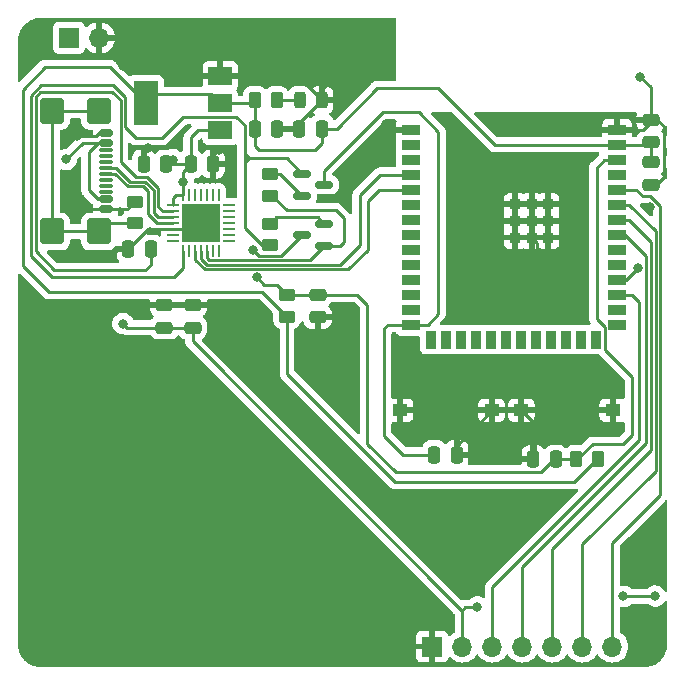
<source format=gbr>
%TF.GenerationSoftware,KiCad,Pcbnew,7.0.9*%
%TF.CreationDate,2024-04-10T17:12:19-05:00*%
%TF.ProjectId,Aniversario-PCBWAY,416e6976-6572-4736-9172-696f2d504342,rev?*%
%TF.SameCoordinates,Original*%
%TF.FileFunction,Copper,L2,Bot*%
%TF.FilePolarity,Positive*%
%FSLAX46Y46*%
G04 Gerber Fmt 4.6, Leading zero omitted, Abs format (unit mm)*
G04 Created by KiCad (PCBNEW 7.0.9) date 2024-04-10 17:12:19*
%MOMM*%
%LPD*%
G01*
G04 APERTURE LIST*
G04 Aperture macros list*
%AMRoundRect*
0 Rectangle with rounded corners*
0 $1 Rounding radius*
0 $2 $3 $4 $5 $6 $7 $8 $9 X,Y pos of 4 corners*
0 Add a 4 corners polygon primitive as box body*
4,1,4,$2,$3,$4,$5,$6,$7,$8,$9,$2,$3,0*
0 Add four circle primitives for the rounded corners*
1,1,$1+$1,$2,$3*
1,1,$1+$1,$4,$5*
1,1,$1+$1,$6,$7*
1,1,$1+$1,$8,$9*
0 Add four rect primitives between the rounded corners*
20,1,$1+$1,$2,$3,$4,$5,0*
20,1,$1+$1,$4,$5,$6,$7,0*
20,1,$1+$1,$6,$7,$8,$9,0*
20,1,$1+$1,$8,$9,$2,$3,0*%
G04 Aperture macros list end*
%TA.AperFunction,SMDPad,CuDef*%
%ADD10RoundRect,0.250000X-0.262500X-0.450000X0.262500X-0.450000X0.262500X0.450000X-0.262500X0.450000X0*%
%TD*%
%TA.AperFunction,SMDPad,CuDef*%
%ADD11RoundRect,0.250000X0.250000X0.475000X-0.250000X0.475000X-0.250000X-0.475000X0.250000X-0.475000X0*%
%TD*%
%TA.AperFunction,SMDPad,CuDef*%
%ADD12RoundRect,0.250000X-0.250000X-0.475000X0.250000X-0.475000X0.250000X0.475000X-0.250000X0.475000X0*%
%TD*%
%TA.AperFunction,SMDPad,CuDef*%
%ADD13RoundRect,0.250000X-0.475000X0.250000X-0.475000X-0.250000X0.475000X-0.250000X0.475000X0.250000X0*%
%TD*%
%TA.AperFunction,SMDPad,CuDef*%
%ADD14RoundRect,0.250000X0.475000X-0.250000X0.475000X0.250000X-0.475000X0.250000X-0.475000X-0.250000X0*%
%TD*%
%TA.AperFunction,SMDPad,CuDef*%
%ADD15RoundRect,0.150000X-0.587500X-0.150000X0.587500X-0.150000X0.587500X0.150000X-0.587500X0.150000X0*%
%TD*%
%TA.AperFunction,SMDPad,CuDef*%
%ADD16RoundRect,0.250000X0.450000X-0.262500X0.450000X0.262500X-0.450000X0.262500X-0.450000X-0.262500X0*%
%TD*%
%TA.AperFunction,ComponentPad*%
%ADD17R,1.700000X1.700000*%
%TD*%
%TA.AperFunction,ComponentPad*%
%ADD18O,1.700000X1.700000*%
%TD*%
%TA.AperFunction,SMDPad,CuDef*%
%ADD19RoundRect,0.243750X0.243750X0.456250X-0.243750X0.456250X-0.243750X-0.456250X0.243750X-0.456250X0*%
%TD*%
%TA.AperFunction,SMDPad,CuDef*%
%ADD20RoundRect,0.250000X-0.450000X0.262500X-0.450000X-0.262500X0.450000X-0.262500X0.450000X0.262500X0*%
%TD*%
%TA.AperFunction,SMDPad,CuDef*%
%ADD21RoundRect,0.150000X0.587500X0.150000X-0.587500X0.150000X-0.587500X-0.150000X0.587500X-0.150000X0*%
%TD*%
%TA.AperFunction,SMDPad,CuDef*%
%ADD22R,2.000000X1.500000*%
%TD*%
%TA.AperFunction,SMDPad,CuDef*%
%ADD23R,2.000000X3.800000*%
%TD*%
%TA.AperFunction,SMDPad,CuDef*%
%ADD24R,1.500000X0.900000*%
%TD*%
%TA.AperFunction,SMDPad,CuDef*%
%ADD25R,0.900000X1.500000*%
%TD*%
%TA.AperFunction,SMDPad,CuDef*%
%ADD26R,0.900000X0.900000*%
%TD*%
%TA.AperFunction,SMDPad,CuDef*%
%ADD27RoundRect,0.150000X0.425000X-0.150000X0.425000X0.150000X-0.425000X0.150000X-0.425000X-0.150000X0*%
%TD*%
%TA.AperFunction,SMDPad,CuDef*%
%ADD28RoundRect,0.075000X0.500000X-0.075000X0.500000X0.075000X-0.500000X0.075000X-0.500000X-0.075000X0*%
%TD*%
%TA.AperFunction,SMDPad,CuDef*%
%ADD29RoundRect,0.250000X0.750000X-0.840000X0.750000X0.840000X-0.750000X0.840000X-0.750000X-0.840000X0*%
%TD*%
%TA.AperFunction,SMDPad,CuDef*%
%ADD30R,1.250000X1.000000*%
%TD*%
%TA.AperFunction,SMDPad,CuDef*%
%ADD31R,0.990000X0.270000*%
%TD*%
%TA.AperFunction,SMDPad,CuDef*%
%ADD32R,0.270000X0.990000*%
%TD*%
%TA.AperFunction,SMDPad,CuDef*%
%ADD33R,3.250000X3.250000*%
%TD*%
%TA.AperFunction,ViaPad*%
%ADD34C,0.800000*%
%TD*%
%TA.AperFunction,Conductor*%
%ADD35C,0.250000*%
%TD*%
G04 APERTURE END LIST*
D10*
%TO.P,R5,1*%
%TO.N,RESET*%
X82287500Y-83400000D03*
%TO.P,R5,2*%
%TO.N,+3V3*%
X84112500Y-83400000D03*
%TD*%
D11*
%TO.P,C8,1*%
%TO.N,RESET*%
X80550000Y-83400000D03*
%TO.P,C8,2*%
%TO.N,GND*%
X78650000Y-83400000D03*
%TD*%
D12*
%TO.P,C7,1*%
%TO.N,BOOT*%
X70250000Y-83000000D03*
%TO.P,C7,2*%
%TO.N,GND*%
X72150000Y-83000000D03*
%TD*%
D13*
%TO.P,C6,1*%
%TO.N,+3V3*%
X88600000Y-58250000D03*
%TO.P,C6,2*%
%TO.N,GND*%
X88600000Y-60150000D03*
%TD*%
D14*
%TO.P,C5,1*%
%TO.N,+3V3*%
X88600000Y-56550000D03*
%TO.P,C5,2*%
%TO.N,GND*%
X88600000Y-54650000D03*
%TD*%
D15*
%TO.P,Q1,1,B*%
%TO.N,Net-(Q1-B)*%
X59062500Y-61100000D03*
%TO.P,Q1,2,E*%
%TO.N,Net-(Q1-E)*%
X59062500Y-59200000D03*
%TO.P,Q1,3,C*%
%TO.N,BOOT*%
X60937500Y-60150000D03*
%TD*%
D12*
%TO.P,C11,1*%
%TO.N,+3V3*%
X55050000Y-55400000D03*
%TO.P,C11,2*%
%TO.N,GND*%
X56950000Y-55400000D03*
%TD*%
D14*
%TO.P,C2,1*%
%TO.N,+5V*%
X47400000Y-72250000D03*
%TO.P,C2,2*%
%TO.N,GND*%
X47400000Y-70350000D03*
%TD*%
%TO.P,C3,1*%
%TO.N,+5V*%
X49800000Y-72250000D03*
%TO.P,C3,2*%
%TO.N,GND*%
X49800000Y-70350000D03*
%TD*%
D10*
%TO.P,R6,1*%
%TO.N,+3V3*%
X55087500Y-53000000D03*
%TO.P,R6,2*%
%TO.N,Net-(D1-A)*%
X56912500Y-53000000D03*
%TD*%
D16*
%TO.P,R1,1*%
%TO.N,Net-(P1-SHIELD)*%
X44900000Y-63412500D03*
%TO.P,R1,2*%
%TO.N,GND*%
X44900000Y-61587500D03*
%TD*%
D17*
%TO.P,J1,1,Pin_1*%
%TO.N,GND*%
X70090000Y-99250000D03*
D18*
%TO.P,J1,2,Pin_2*%
%TO.N,+5V*%
X72630000Y-99250000D03*
%TO.P,J1,3,Pin_3*%
%TO.N,IO8*%
X75170000Y-99250000D03*
%TO.P,J1,4,Pin_4*%
%TO.N,IO15*%
X77710000Y-99250000D03*
%TO.P,J1,5,Pin_5*%
%TO.N,IO7*%
X80250000Y-99250000D03*
%TO.P,J1,6,Pin_6*%
%TO.N,IO6*%
X82790000Y-99250000D03*
%TO.P,J1,7,Pin_7*%
%TO.N,IO5*%
X85330000Y-99250000D03*
%TD*%
D19*
%TO.P,D1,1,K*%
%TO.N,GND*%
X60737500Y-53000000D03*
%TO.P,D1,2,A*%
%TO.N,Net-(D1-A)*%
X58862500Y-53000000D03*
%TD*%
D16*
%TO.P,R3,1*%
%TO.N,Net-(Q1-E)*%
X56337500Y-65262500D03*
%TO.P,R3,2*%
%TO.N,Net-(Q2-B)*%
X56337500Y-63437500D03*
%TD*%
D20*
%TO.P,R4,1*%
%TO.N,RESET*%
X57800000Y-69487500D03*
%TO.P,R4,2*%
%TO.N,+3V3*%
X57800000Y-71312500D03*
%TD*%
D16*
%TO.P,R2,1*%
%TO.N,Net-(Q2-E)*%
X56337500Y-61062500D03*
%TO.P,R2,2*%
%TO.N,Net-(Q1-B)*%
X56337500Y-59237500D03*
%TD*%
D11*
%TO.P,C9,1*%
%TO.N,+5V*%
X47550000Y-58400000D03*
%TO.P,C9,2*%
%TO.N,GND*%
X45650000Y-58400000D03*
%TD*%
%TO.P,C12,1*%
%TO.N,+3V3*%
X60750000Y-55400000D03*
%TO.P,C12,2*%
%TO.N,GND*%
X58850000Y-55400000D03*
%TD*%
D21*
%TO.P,Q2,1,B*%
%TO.N,Net-(Q2-B)*%
X60937500Y-63450000D03*
%TO.P,Q2,2,E*%
%TO.N,Net-(Q2-E)*%
X60937500Y-65350000D03*
%TO.P,Q2,3,C*%
%TO.N,RESET*%
X59062500Y-64400000D03*
%TD*%
D17*
%TO.P,J2,1,Pin_1*%
%TO.N,+5V*%
X39325000Y-47700000D03*
D18*
%TO.P,J2,2,Pin_2*%
%TO.N,GND*%
X41865000Y-47700000D03*
%TD*%
D13*
%TO.P,C4,1*%
%TO.N,RESET*%
X60400000Y-69450000D03*
%TO.P,C4,2*%
%TO.N,GND*%
X60400000Y-71350000D03*
%TD*%
D11*
%TO.P,C1,1*%
%TO.N,Net-(U1-VDD)*%
X46250000Y-65600000D03*
%TO.P,C1,2*%
%TO.N,GND*%
X44350000Y-65600000D03*
%TD*%
D22*
%TO.P,U3,1,GND*%
%TO.N,GND*%
X52150000Y-50950000D03*
%TO.P,U3,2,VO*%
%TO.N,+3V3*%
X52150000Y-53250000D03*
D23*
X45850000Y-53250000D03*
D22*
%TO.P,U3,3,VI*%
%TO.N,+5V*%
X52150000Y-55550000D03*
%TD*%
D24*
%TO.P,U2,1,GND*%
%TO.N,GND*%
X85750000Y-55500000D03*
%TO.P,U2,2,3V3*%
%TO.N,+3V3*%
X85750000Y-56770000D03*
%TO.P,U2,3,EN*%
%TO.N,RESET*%
X85750000Y-58040000D03*
%TO.P,U2,4,GPIO4/TOUCH4/ADC1_CH3*%
%TO.N,unconnected-(U2-GPIO4{slash}TOUCH4{slash}ADC1_CH3-Pad4)*%
X85750000Y-59310000D03*
%TO.P,U2,5,GPIO5/TOUCH5/ADC1_CH4*%
%TO.N,IO5*%
X85750000Y-60580000D03*
%TO.P,U2,6,GPIO6/TOUCH6/ADC1_CH5*%
%TO.N,IO6*%
X85750000Y-61850000D03*
%TO.P,U2,7,GPIO7/TOUCH7/ADC1_CH6*%
%TO.N,IO7*%
X85750000Y-63120000D03*
%TO.P,U2,8,GPIO15/U0RTS/ADC2_CH4/XTAL_32K_P*%
%TO.N,IO15*%
X85750000Y-64390000D03*
%TO.P,U2,9,GPIO16/U0CTS/ADC2_CH5/XTAL_32K_N*%
%TO.N,unconnected-(U2-GPIO16{slash}U0CTS{slash}ADC2_CH5{slash}XTAL_32K_N-Pad9)*%
X85750000Y-65660000D03*
%TO.P,U2,10,GPIO17/U1TXD/ADC2_CH6*%
%TO.N,unconnected-(U2-GPIO17{slash}U1TXD{slash}ADC2_CH6-Pad10)*%
X85750000Y-66930000D03*
%TO.P,U2,11,GPIO18/U1RXD/ADC2_CH7/CLK_OUT3*%
%TO.N,GPIO18*%
X85750000Y-68200000D03*
%TO.P,U2,12,GPIO8/TOUCH8/ADC1_CH7/SUBSPICS1*%
%TO.N,IO8*%
X85750000Y-69470000D03*
%TO.P,U2,13,GPIO19/U1RTS/ADC2_CH8/CLK_OUT2/USB_D-*%
%TO.N,unconnected-(U2-GPIO19{slash}U1RTS{slash}ADC2_CH8{slash}CLK_OUT2{slash}USB_D--Pad13)*%
X85750000Y-70740000D03*
%TO.P,U2,14,GPIO20/U1CTS/ADC2_CH9/CLK_OUT1/USB_D+*%
%TO.N,unconnected-(U2-GPIO20{slash}U1CTS{slash}ADC2_CH9{slash}CLK_OUT1{slash}USB_D+-Pad14)*%
X85750000Y-72010000D03*
D25*
%TO.P,U2,15,GPIO3/TOUCH3/ADC1_CH2*%
%TO.N,unconnected-(U2-GPIO3{slash}TOUCH3{slash}ADC1_CH2-Pad15)*%
X83985000Y-73260000D03*
%TO.P,U2,16,GPIO46*%
%TO.N,unconnected-(U2-GPIO46-Pad16)*%
X82715000Y-73260000D03*
%TO.P,U2,17,GPIO9/TOUCH9/ADC1_CH8/FSPIHD/SUBSPIHD*%
%TO.N,unconnected-(U2-GPIO9{slash}TOUCH9{slash}ADC1_CH8{slash}FSPIHD{slash}SUBSPIHD-Pad17)*%
X81445000Y-73260000D03*
%TO.P,U2,18,GPIO10/TOUCH10/ADC1_CH9/FSPICS0/FSPIIO4/SUBSPICS0*%
%TO.N,unconnected-(U2-GPIO10{slash}TOUCH10{slash}ADC1_CH9{slash}FSPICS0{slash}FSPIIO4{slash}SUBSPICS0-Pad18)*%
X80175000Y-73260000D03*
%TO.P,U2,19,GPIO11/TOUCH11/ADC2_CH0/FSPID/FSPIIO5/SUBSPID*%
%TO.N,unconnected-(U2-GPIO11{slash}TOUCH11{slash}ADC2_CH0{slash}FSPID{slash}FSPIIO5{slash}SUBSPID-Pad19)*%
X78905000Y-73260000D03*
%TO.P,U2,20,GPIO12/TOUCH12/ADC2_CH1/FSPICLK/FSPIIO6/SUBSPICLK*%
%TO.N,unconnected-(U2-GPIO12{slash}TOUCH12{slash}ADC2_CH1{slash}FSPICLK{slash}FSPIIO6{slash}SUBSPICLK-Pad20)*%
X77635000Y-73260000D03*
%TO.P,U2,21,GPIO13/TOUCH13/ADC2_CH2/FSPIQ/FSPIIO7/SUBSPIQ*%
%TO.N,unconnected-(U2-GPIO13{slash}TOUCH13{slash}ADC2_CH2{slash}FSPIQ{slash}FSPIIO7{slash}SUBSPIQ-Pad21)*%
X76365000Y-73260000D03*
%TO.P,U2,22,GPIO14/TOUCH14/ADC2_CH3/FSPIWP/FSPIDQS/SUBSPIWP*%
%TO.N,unconnected-(U2-GPIO14{slash}TOUCH14{slash}ADC2_CH3{slash}FSPIWP{slash}FSPIDQS{slash}SUBSPIWP-Pad22)*%
X75095000Y-73260000D03*
%TO.P,U2,23,GPIO21*%
%TO.N,unconnected-(U2-GPIO21-Pad23)*%
X73825000Y-73260000D03*
%TO.P,U2,24,GPIO47/SPICLK_P/SUBSPICLK_P_DIFF*%
%TO.N,unconnected-(U2-GPIO47{slash}SPICLK_P{slash}SUBSPICLK_P_DIFF-Pad24)*%
X72555000Y-73260000D03*
%TO.P,U2,25,GPIO48/SPICLK_N/SUBSPICLK_N_DIFF*%
%TO.N,unconnected-(U2-GPIO48{slash}SPICLK_N{slash}SUBSPICLK_N_DIFF-Pad25)*%
X71285000Y-73260000D03*
%TO.P,U2,26,GPIO45*%
%TO.N,unconnected-(U2-GPIO45-Pad26)*%
X70015000Y-73260000D03*
D24*
%TO.P,U2,27,GPIO0/BOOT*%
%TO.N,BOOT*%
X68250000Y-72010000D03*
%TO.P,U2,28,SPIIO6/GPIO35/FSPID/SUBSPID*%
%TO.N,unconnected-(U2-SPIIO6{slash}GPIO35{slash}FSPID{slash}SUBSPID-Pad28)*%
X68250000Y-70740000D03*
%TO.P,U2,29,SPIIO7/GPIO36/FSPICLK/SUBSPICLK*%
%TO.N,unconnected-(U2-SPIIO7{slash}GPIO36{slash}FSPICLK{slash}SUBSPICLK-Pad29)*%
X68250000Y-69470000D03*
%TO.P,U2,30,SPIDQS/GPIO37/FSPIQ/SUBSPIQ*%
%TO.N,unconnected-(U2-SPIDQS{slash}GPIO37{slash}FSPIQ{slash}SUBSPIQ-Pad30)*%
X68250000Y-68200000D03*
%TO.P,U2,31,GPIO38/FSPIWP/SUBSPIWP*%
%TO.N,unconnected-(U2-GPIO38{slash}FSPIWP{slash}SUBSPIWP-Pad31)*%
X68250000Y-66930000D03*
%TO.P,U2,32,MTCK/GPIO39/CLK_OUT3/SUBSPICS1*%
%TO.N,unconnected-(U2-MTCK{slash}GPIO39{slash}CLK_OUT3{slash}SUBSPICS1-Pad32)*%
X68250000Y-65660000D03*
%TO.P,U2,33,MTDO/GPIO40/CLK_OUT2*%
%TO.N,unconnected-(U2-MTDO{slash}GPIO40{slash}CLK_OUT2-Pad33)*%
X68250000Y-64390000D03*
%TO.P,U2,34,MTDI/GPIO41/CLK_OUT1*%
%TO.N,unconnected-(U2-MTDI{slash}GPIO41{slash}CLK_OUT1-Pad34)*%
X68250000Y-63120000D03*
%TO.P,U2,35,MTMS/GPIO42*%
%TO.N,unconnected-(U2-MTMS{slash}GPIO42-Pad35)*%
X68250000Y-61850000D03*
%TO.P,U2,36,U0RXD/GPIO44/CLK_OUT2*%
%TO.N,RX*%
X68250000Y-60580000D03*
%TO.P,U2,37,U0TXD/GPIO43/CLK_OUT1*%
%TO.N,TX*%
X68250000Y-59310000D03*
%TO.P,U2,38,GPIO2/TOUCH2/ADC1_CH1*%
%TO.N,unconnected-(U2-GPIO2{slash}TOUCH2{slash}ADC1_CH1-Pad38)*%
X68250000Y-58040000D03*
%TO.P,U2,39,GPIO1/TOUCH1/ADC1_CH0*%
%TO.N,unconnected-(U2-GPIO1{slash}TOUCH1{slash}ADC1_CH0-Pad39)*%
X68250000Y-56770000D03*
%TO.P,U2,40,GND*%
%TO.N,GND*%
X68250000Y-55500000D03*
D26*
%TO.P,U2,41,GND*%
X79900000Y-64620000D03*
X79900000Y-64620000D03*
X79900000Y-63220000D03*
X79900000Y-61820000D03*
X78500000Y-64620000D03*
X78500000Y-63220000D03*
X78500000Y-61820000D03*
X78500000Y-61820000D03*
X77100000Y-64620000D03*
X77100000Y-63220000D03*
X77100000Y-61820000D03*
%TD*%
D27*
%TO.P,P1,A1,GND*%
%TO.N,GND*%
X42430000Y-62200000D03*
%TO.P,P1,A4,VBUS*%
%TO.N,+5V*%
X42430000Y-61400000D03*
D28*
%TO.P,P1,A5,CC*%
%TO.N,unconnected-(P1-CC-PadA5)*%
X42430000Y-60250000D03*
%TO.P,P1,A6,D+*%
%TO.N,Net-(P1-D+)*%
X42430000Y-59250000D03*
%TO.P,P1,A7,D-*%
%TO.N,Net-(P1-D-)*%
X42430000Y-58750000D03*
%TO.P,P1,A8*%
%TO.N,N/C*%
X42430000Y-57750000D03*
D27*
%TO.P,P1,A9,VBUS*%
%TO.N,+5V*%
X42430000Y-56600000D03*
%TO.P,P1,A12,GND*%
%TO.N,GND*%
X42430000Y-55800000D03*
%TO.P,P1,B1,GND*%
X42430000Y-55800000D03*
%TO.P,P1,B4,VBUS*%
%TO.N,+5V*%
X42430000Y-56600000D03*
D28*
%TO.P,P1,B5,VCONN*%
%TO.N,unconnected-(P1-VCONN-PadB5)*%
X42430000Y-57250000D03*
%TO.P,P1,B6*%
%TO.N,N/C*%
X42430000Y-58250000D03*
%TO.P,P1,B7*%
X42430000Y-59750000D03*
%TO.P,P1,B8*%
X42430000Y-60750000D03*
D27*
%TO.P,P1,B9,VBUS*%
%TO.N,+5V*%
X42430000Y-61400000D03*
%TO.P,P1,B12,GND*%
%TO.N,GND*%
X42430000Y-62200000D03*
D29*
%TO.P,P1,S1,SHIELD*%
%TO.N,Net-(P1-SHIELD)*%
X37925000Y-64110000D03*
X41855000Y-64110000D03*
X37925000Y-53890000D03*
X41855000Y-53890000D03*
%TD*%
D12*
%TO.P,C10,1*%
%TO.N,+5V*%
X49650000Y-58400000D03*
%TO.P,C10,2*%
%TO.N,GND*%
X51550000Y-58400000D03*
%TD*%
D30*
%TO.P,RESET1,1,1*%
%TO.N,GND*%
X67375000Y-79250000D03*
%TO.P,RESET1,2,2*%
X75125000Y-79250000D03*
%TD*%
D31*
%TO.P,U1,1,DCD*%
%TO.N,unconnected-(U1-DCD-Pad1)*%
X48140000Y-64900000D03*
%TO.P,U1,2,~{RI}/CLK*%
%TO.N,unconnected-(U1-~{RI}{slash}CLK-Pad2)*%
X48140000Y-64400000D03*
%TO.P,U1,3,GND*%
%TO.N,GND*%
X48140000Y-63900000D03*
%TO.P,U1,4,D+*%
%TO.N,Net-(P1-D+)*%
X48140000Y-63400000D03*
%TO.P,U1,5,D-*%
%TO.N,Net-(P1-D-)*%
X48140000Y-62900000D03*
%TO.P,U1,6,VDD*%
%TO.N,Net-(U1-VDD)*%
X48140000Y-62400000D03*
%TO.P,U1,7,VREGIN*%
%TO.N,+5V*%
X48140000Y-61900000D03*
D32*
%TO.P,U1,8,VBUS*%
X49000000Y-61040000D03*
%TO.P,U1,9,~{RST}*%
%TO.N,unconnected-(U1-~{RST}-Pad9)*%
X49500000Y-61040000D03*
%TO.P,U1,10,NC*%
%TO.N,unconnected-(U1-NC-Pad10)*%
X50000000Y-61040000D03*
%TO.P,U1,11,~{SUSPEND}*%
%TO.N,unconnected-(U1-~{SUSPEND}-Pad11)*%
X50500000Y-61040000D03*
%TO.P,U1,12,SUSPEND*%
%TO.N,unconnected-(U1-SUSPEND-Pad12)*%
X51000000Y-61040000D03*
%TO.P,U1,13,CHREN*%
%TO.N,unconnected-(U1-CHREN-Pad13)*%
X51500000Y-61040000D03*
%TO.P,U1,14,CHR1*%
%TO.N,unconnected-(U1-CHR1-Pad14)*%
X52000000Y-61040000D03*
D31*
%TO.P,U1,15,CHR0*%
%TO.N,unconnected-(U1-CHR0-Pad15)*%
X52860000Y-61900000D03*
%TO.P,U1,16,GPIO.3/WAKEUP*%
%TO.N,unconnected-(U1-GPIO.3{slash}WAKEUP-Pad16)*%
X52860000Y-62400000D03*
%TO.P,U1,17,GPIO.2/RS485*%
%TO.N,unconnected-(U1-GPIO.2{slash}RS485-Pad17)*%
X52860000Y-62900000D03*
%TO.P,U1,18,GPIO.1/RXT*%
%TO.N,unconnected-(U1-GPIO.1{slash}RXT-Pad18)*%
X52860000Y-63400000D03*
%TO.P,U1,19,GPIO.0/TXT*%
%TO.N,unconnected-(U1-GPIO.0{slash}TXT-Pad19)*%
X52860000Y-63900000D03*
%TO.P,U1,20,GPIO.6*%
%TO.N,unconnected-(U1-GPIO.6-Pad20)*%
X52860000Y-64400000D03*
%TO.P,U1,21,GPIO.5*%
%TO.N,unconnected-(U1-GPIO.5-Pad21)*%
X52860000Y-64900000D03*
D32*
%TO.P,U1,22,GPIO.4*%
%TO.N,unconnected-(U1-GPIO.4-Pad22)*%
X52000000Y-65760000D03*
%TO.P,U1,23,CTS*%
%TO.N,unconnected-(U1-CTS-Pad23)*%
X51500000Y-65760000D03*
%TO.P,U1,24,RTS*%
%TO.N,Net-(Q2-E)*%
X51000000Y-65760000D03*
%TO.P,U1,25,RXD*%
%TO.N,TX*%
X50500000Y-65760000D03*
%TO.P,U1,26,TXD*%
%TO.N,RX*%
X50000000Y-65760000D03*
%TO.P,U1,27,DSR*%
%TO.N,unconnected-(U1-DSR-Pad27)*%
X49500000Y-65760000D03*
%TO.P,U1,28,DTR*%
%TO.N,Net-(Q1-E)*%
X49000000Y-65760000D03*
D33*
%TO.P,U1,29,GND*%
%TO.N,GND*%
X50500000Y-63400000D03*
%TD*%
D30*
%TO.P,BOOT1,1,1*%
%TO.N,GND*%
X77625000Y-79250000D03*
%TO.P,BOOT1,2,2*%
X85375000Y-79250000D03*
%TD*%
D34*
%TO.N,GND*%
X75075000Y-61050000D03*
X88500000Y-54675000D03*
X88550000Y-60200000D03*
X40000000Y-56000000D03*
X40500000Y-99125000D03*
X61900000Y-50950000D03*
X36000000Y-70250000D03*
X39075000Y-61050000D03*
X64900000Y-48000000D03*
X61000000Y-73200000D03*
X84075000Y-55050000D03*
X87700000Y-51000000D03*
X66150000Y-55050000D03*
X52000000Y-57219072D03*
X43000000Y-66100000D03*
X43915000Y-50115000D03*
X88500000Y-62000000D03*
X39075000Y-85075000D03*
X88900000Y-91800000D03*
X39075000Y-91075000D03*
X69100000Y-79000000D03*
X78934502Y-66217500D03*
X50000000Y-63000000D03*
X46000000Y-57000000D03*
%TO.N,+5V*%
X48100000Y-58025000D03*
X39100000Y-58000000D03*
X73900000Y-95900000D03*
X86275500Y-95000000D03*
X49000000Y-59950000D03*
X51975000Y-55375500D03*
X88975000Y-94975000D03*
X43900000Y-71900000D03*
%TO.N,RESET*%
X54950000Y-65699500D03*
X55225000Y-67975000D03*
%TO.N,GPIO18*%
X87525500Y-67200000D03*
%TD*%
D35*
%TO.N,GND*%
X88600000Y-54775000D02*
X88600000Y-54825000D01*
X88500000Y-54675000D02*
X88600000Y-54775000D01*
X88600000Y-54575000D02*
X88500000Y-54675000D01*
X88550000Y-60200000D02*
X88600000Y-59975000D01*
X89225000Y-59975000D02*
X88550000Y-60200000D01*
X89700000Y-55200000D02*
X89700000Y-59500000D01*
X89700000Y-59500000D02*
X89225000Y-59975000D01*
X89325000Y-54825000D02*
X89700000Y-55200000D01*
X88600000Y-54825000D02*
X89325000Y-54825000D01*
%TO.N,RX*%
X50820000Y-67325000D02*
X50000000Y-66505000D01*
X62950000Y-67325000D02*
X50820000Y-67325000D01*
X64625000Y-61525000D02*
X64625000Y-65650000D01*
X65570000Y-60580000D02*
X64625000Y-61525000D01*
X64625000Y-65650000D02*
X62950000Y-67325000D01*
X68250000Y-60580000D02*
X65570000Y-60580000D01*
X50000000Y-66505000D02*
X50000000Y-65760000D01*
%TO.N,TX*%
X63950000Y-61050000D02*
X65690000Y-59310000D01*
X62309314Y-66925000D02*
X63950000Y-65284314D01*
X65690000Y-59310000D02*
X68250000Y-59310000D01*
X50500000Y-65760000D02*
X50500000Y-66400000D01*
X50500000Y-66400000D02*
X51025000Y-66925000D01*
X51025000Y-66925000D02*
X62309314Y-66925000D01*
X63950000Y-65284314D02*
X63950000Y-61050000D01*
%TO.N,GND*%
X44900000Y-61587500D02*
X44287500Y-62200000D01*
X67375000Y-79250000D02*
X68850000Y-79250000D01*
X87700000Y-51000000D02*
X88600000Y-51900000D01*
X42430000Y-62200000D02*
X40225000Y-62200000D01*
X60737500Y-52038000D02*
X60737500Y-53000000D01*
X52150000Y-50950000D02*
X58687500Y-50950000D01*
X42430000Y-55800000D02*
X41855001Y-55800000D01*
X71975000Y-83000000D02*
X71975000Y-82400000D01*
X40225000Y-62200000D02*
X39075000Y-61050000D01*
X50000000Y-63900000D02*
X50500000Y-63400000D01*
X45650000Y-58400000D02*
X45650000Y-57350000D01*
X36100000Y-70350000D02*
X47400000Y-70350000D01*
X51550000Y-57669072D02*
X51550000Y-58400000D01*
X64775500Y-48000000D02*
X60737500Y-52038000D01*
X44287500Y-62200000D02*
X42430000Y-62200000D01*
X85375000Y-79250000D02*
X75125000Y-79250000D01*
X78934502Y-66217500D02*
X78934502Y-65054502D01*
X64775500Y-48000000D02*
X61900000Y-50875500D01*
X85750000Y-55500000D02*
X87925000Y-55500000D01*
X78934502Y-65054502D02*
X78500000Y-64620000D01*
X79900000Y-64620000D02*
X79900000Y-61820000D01*
X78500000Y-63220000D02*
X78500000Y-61820000D01*
X64900000Y-48000000D02*
X64775500Y-48000000D01*
X78825000Y-83400000D02*
X78825000Y-80450000D01*
X79900000Y-64620000D02*
X77100000Y-64620000D01*
X66150000Y-55050000D02*
X66600000Y-55500000D01*
X44350000Y-65600000D02*
X46050000Y-63900000D01*
X44350000Y-65600000D02*
X43500000Y-65600000D01*
X77100000Y-64620000D02*
X77100000Y-61820000D01*
X41655001Y-56000000D02*
X40000000Y-56000000D01*
X75125000Y-79250000D02*
X67375000Y-79250000D01*
X58850000Y-54887500D02*
X58850000Y-55400000D01*
X58687500Y-50950000D02*
X60737500Y-53000000D01*
X78825000Y-80450000D02*
X77625000Y-79250000D01*
X71975000Y-82400000D02*
X75125000Y-79250000D01*
X48140000Y-63900000D02*
X50000000Y-63900000D01*
X49800000Y-70350000D02*
X47400000Y-70350000D01*
X43915000Y-48215000D02*
X43400000Y-47700000D01*
X60400000Y-71350000D02*
X60400000Y-72600000D01*
X87925000Y-55500000D02*
X88600000Y-54825000D01*
X56950000Y-55400000D02*
X58850000Y-55400000D01*
X45650000Y-57350000D02*
X46000000Y-57000000D01*
X61900000Y-50875500D02*
X61900000Y-50950000D01*
X41855001Y-55800000D02*
X41655001Y-56000000D01*
X43400000Y-47700000D02*
X41865000Y-47700000D01*
X84525000Y-55500000D02*
X84075000Y-55050000D01*
X85750000Y-55500000D02*
X84525000Y-55500000D01*
X88600000Y-51900000D02*
X88600000Y-54575000D01*
X60737500Y-53000000D02*
X58850000Y-54887500D01*
X60400000Y-72600000D02*
X61000000Y-73200000D01*
X46050000Y-63900000D02*
X48140000Y-63900000D01*
X66600000Y-55500000D02*
X68250000Y-55500000D01*
X52000000Y-57219072D02*
X51550000Y-57669072D01*
X68850000Y-79250000D02*
X69100000Y-79000000D01*
X79900000Y-61820000D02*
X77100000Y-61820000D01*
X43500000Y-65600000D02*
X43000000Y-66100000D01*
X36000000Y-70250000D02*
X36100000Y-70350000D01*
X43915000Y-50115000D02*
X43915000Y-48215000D01*
%TO.N,+5V*%
X47550000Y-58400000D02*
X47725000Y-58400000D01*
X49000000Y-59050000D02*
X49000000Y-61040000D01*
X73900000Y-95900000D02*
X72900000Y-95900000D01*
X41800000Y-61400000D02*
X41000000Y-60600000D01*
X52150000Y-55550000D02*
X50250000Y-55550000D01*
X41000000Y-60600000D02*
X41000000Y-57400000D01*
X49800000Y-72250000D02*
X47400000Y-72250000D01*
X49800000Y-73400000D02*
X49800000Y-72250000D01*
X47400000Y-72250000D02*
X44250000Y-72250000D01*
X49650000Y-56150000D02*
X49650000Y-58400000D01*
X49650000Y-58400000D02*
X49000000Y-59050000D01*
X48140000Y-61900000D02*
X48140000Y-61260000D01*
X42430000Y-61400000D02*
X41800000Y-61400000D01*
X48360000Y-61040000D02*
X49000000Y-61040000D01*
X40500000Y-56600000D02*
X39100000Y-58000000D01*
X50250000Y-55550000D02*
X49650000Y-56150000D01*
X86275500Y-95000000D02*
X88950000Y-95000000D01*
X41000000Y-57400000D02*
X41800000Y-56600000D01*
X72630000Y-99250000D02*
X72630000Y-96230000D01*
X41800000Y-56600000D02*
X42430000Y-56600000D01*
X88950000Y-95000000D02*
X88975000Y-94975000D01*
X72600000Y-96200000D02*
X49800000Y-73400000D01*
X72630000Y-96230000D02*
X72600000Y-96200000D01*
X42430000Y-56600000D02*
X40500000Y-56600000D01*
X44250000Y-72250000D02*
X43900000Y-71900000D01*
X47550000Y-58400000D02*
X49650000Y-58400000D01*
X72900000Y-95900000D02*
X72600000Y-96200000D01*
X48140000Y-61260000D02*
X48360000Y-61040000D01*
X47725000Y-58400000D02*
X48100000Y-58025000D01*
%TO.N,+3V3*%
X85750000Y-56770000D02*
X75370000Y-56770000D01*
X46600000Y-52500000D02*
X51400000Y-52500000D01*
X55400000Y-57200000D02*
X55050000Y-56850000D01*
X37300000Y-50200000D02*
X42800000Y-50200000D01*
X70600000Y-52000000D02*
X65400000Y-52000000D01*
X51400000Y-52500000D02*
X52150000Y-53250000D01*
X54837500Y-53250000D02*
X55087500Y-53000000D01*
X55700000Y-69212500D02*
X57800000Y-71312500D01*
X55050000Y-56850000D02*
X55050000Y-55400000D01*
X55050000Y-55400000D02*
X55050000Y-53037500D01*
X84025000Y-83400000D02*
X82125000Y-85300000D01*
X45850000Y-53250000D02*
X46600000Y-52500000D01*
X55050000Y-53037500D02*
X55087500Y-53000000D01*
X75370000Y-56770000D02*
X70600000Y-52000000D01*
X55700000Y-69200000D02*
X55700000Y-69212500D01*
X88205000Y-56770000D02*
X88600000Y-56375000D01*
X82125000Y-85300000D02*
X66934314Y-85300000D01*
X60750000Y-55400000D02*
X60750000Y-56650000D01*
X88600000Y-56375000D02*
X88600000Y-58425000D01*
X35400000Y-67000000D02*
X35400000Y-52100000D01*
X57800000Y-71312500D02*
X57800000Y-76165686D01*
X66934314Y-85300000D02*
X57800000Y-76165686D01*
X60750000Y-56650000D02*
X60200000Y-57200000D01*
X85750000Y-56770000D02*
X88205000Y-56770000D01*
X55700000Y-69200000D02*
X37600000Y-69200000D01*
X60200000Y-57200000D02*
X55400000Y-57200000D01*
X65400000Y-52000000D02*
X62000000Y-55400000D01*
X37600000Y-69200000D02*
X35400000Y-67000000D01*
X42800000Y-50200000D02*
X45850000Y-53250000D01*
X52150000Y-53250000D02*
X54837500Y-53250000D01*
X35400000Y-52100000D02*
X37300000Y-50200000D01*
X62000000Y-55400000D02*
X60750000Y-55400000D01*
%TO.N,RESET*%
X83675000Y-82100000D02*
X82375000Y-83400000D01*
X63750000Y-69450000D02*
X64600000Y-70300000D01*
X84000000Y-71500000D02*
X84710000Y-72210000D01*
X85750000Y-58040000D02*
X84660000Y-58040000D01*
X60362500Y-69487500D02*
X60400000Y-69450000D01*
X64600000Y-70300000D02*
X64600000Y-82100000D01*
X64600000Y-82100000D02*
X67000000Y-84500000D01*
X57312500Y-66150000D02*
X59062500Y-64400000D01*
X67000000Y-84500000D02*
X79275000Y-84500000D01*
X55850000Y-68600000D02*
X56912500Y-68600000D01*
X84710000Y-74110000D02*
X87000000Y-76400000D01*
X55225000Y-67975000D02*
X55850000Y-68600000D01*
X79275000Y-84500000D02*
X80375000Y-83400000D01*
X60400000Y-69450000D02*
X63750000Y-69450000D01*
X84660000Y-58040000D02*
X84000000Y-58700000D01*
X54950000Y-65699500D02*
X55400500Y-66150000D01*
X84000000Y-58700000D02*
X84000000Y-71500000D01*
X84710000Y-72210000D02*
X84710000Y-74110000D01*
X57800000Y-69487500D02*
X60362500Y-69487500D01*
X55400500Y-66150000D02*
X57312500Y-66150000D01*
X87000000Y-76400000D02*
X87000000Y-81300000D01*
X82375000Y-83400000D02*
X80375000Y-83400000D01*
X86200000Y-82100000D02*
X83675000Y-82100000D01*
X56912500Y-68600000D02*
X57800000Y-69487500D01*
X87000000Y-81300000D02*
X86200000Y-82100000D01*
%TO.N,Net-(D1-A)*%
X58862500Y-53000000D02*
X56912500Y-53000000D01*
%TO.N,BOOT*%
X60937500Y-58962500D02*
X65900000Y-54000000D01*
X67600000Y-83000000D02*
X70425000Y-83000000D01*
X69690000Y-72010000D02*
X68250000Y-72010000D01*
X60937500Y-60150000D02*
X60937500Y-58962500D01*
X66000000Y-72320000D02*
X66000000Y-81400000D01*
X70600000Y-71100000D02*
X69690000Y-72010000D01*
X66310000Y-72010000D02*
X66000000Y-72320000D01*
X66000000Y-81400000D02*
X67600000Y-83000000D01*
X68250000Y-72010000D02*
X66310000Y-72010000D01*
X70600000Y-55665686D02*
X70600000Y-71100000D01*
X65900000Y-54000000D02*
X68934314Y-54000000D01*
X68934314Y-54000000D02*
X70600000Y-55665686D01*
%TO.N,Net-(U1-VDD)*%
X46250000Y-66950000D02*
X46250000Y-65600000D01*
X43700000Y-58200000D02*
X43700000Y-53000000D01*
X46900000Y-60468628D02*
X45931371Y-59500000D01*
X36900000Y-52300000D02*
X36500000Y-52700000D01*
X36500000Y-52700000D02*
X36500000Y-65800000D01*
X45000000Y-59500000D02*
X43700000Y-58200000D01*
X38100000Y-67400000D02*
X45800000Y-67400000D01*
X43700000Y-53000000D02*
X43000000Y-52300000D01*
X45931371Y-59500000D02*
X45000000Y-59500000D01*
X45800000Y-67400000D02*
X46250000Y-66950000D01*
X48140000Y-62400000D02*
X47300000Y-62400000D01*
X47300000Y-62400000D02*
X46900000Y-62000000D01*
X46900000Y-62000000D02*
X46900000Y-60468628D01*
X43000000Y-52300000D02*
X36900000Y-52300000D01*
X36500000Y-65800000D02*
X38100000Y-67400000D01*
%TO.N,GPIO18*%
X86525500Y-68200000D02*
X85750000Y-68200000D01*
X87525500Y-67200000D02*
X86525500Y-68200000D01*
%TO.N,Net-(P1-D+)*%
X45600000Y-60300000D02*
X46000000Y-60700000D01*
X46000000Y-62600000D02*
X46800000Y-63400000D01*
X42430000Y-59250000D02*
X43250000Y-59250000D01*
X44300000Y-60300000D02*
X45600000Y-60300000D01*
X46000000Y-60700000D02*
X46000000Y-62600000D01*
X46800000Y-63400000D02*
X48140000Y-63400000D01*
X43250000Y-59250000D02*
X44300000Y-60300000D01*
%TO.N,Net-(P1-D-)*%
X43315686Y-58750000D02*
X42430000Y-58750000D01*
X46865686Y-62900000D02*
X46500000Y-62534314D01*
X46500000Y-62534314D02*
X46500000Y-60634314D01*
X48140000Y-62900000D02*
X46865686Y-62900000D01*
X46500000Y-60634314D02*
X45765686Y-59900000D01*
X44465686Y-59900000D02*
X43315686Y-58750000D01*
X45765686Y-59900000D02*
X44465686Y-59900000D01*
%TO.N,Net-(P1-SHIELD)*%
X37925000Y-53890000D02*
X37925000Y-64110000D01*
X42552500Y-63412500D02*
X41855000Y-64110000D01*
X41855000Y-53890000D02*
X37925000Y-53890000D01*
X44900000Y-63412500D02*
X42552500Y-63412500D01*
X41855000Y-64110000D02*
X37925000Y-64110000D01*
%TO.N,Net-(Q1-B)*%
X57200000Y-59237500D02*
X59062500Y-61100000D01*
X56337500Y-59237500D02*
X57200000Y-59237500D01*
%TO.N,Net-(Q1-E)*%
X37900000Y-68000000D02*
X36100000Y-66200000D01*
X44100000Y-55300000D02*
X45000000Y-56200000D01*
X49000000Y-67200000D02*
X48200000Y-68000000D01*
X54200000Y-58250000D02*
X54200000Y-58125000D01*
X56337500Y-65262500D02*
X55637500Y-65262500D01*
X49000000Y-65760000D02*
X49000000Y-67200000D01*
X59062500Y-59200000D02*
X57762500Y-57900000D01*
X55637500Y-65262500D02*
X54200000Y-63825000D01*
X36100000Y-52605026D02*
X37005026Y-51700000D01*
X45000000Y-56200000D02*
X47200000Y-56200000D01*
X54200000Y-57850000D02*
X54200000Y-58125000D01*
X49000000Y-54400000D02*
X53500000Y-54400000D01*
X48200000Y-68000000D02*
X37900000Y-68000000D01*
X44100000Y-52752513D02*
X44100000Y-55300000D01*
X47200000Y-56200000D02*
X49000000Y-54400000D01*
X36100000Y-66200000D02*
X36100000Y-52605026D01*
X54500000Y-57850000D02*
X54200000Y-57850000D01*
X54200000Y-55100000D02*
X54200000Y-56400000D01*
X54200000Y-57550000D02*
X54200000Y-57075000D01*
X54550000Y-57900000D02*
X54200000Y-57550000D01*
X54200000Y-63825000D02*
X54200000Y-61500000D01*
X54200000Y-57075000D02*
X54200000Y-56800000D01*
X54200000Y-57075000D02*
X54200000Y-57850000D01*
X54550000Y-57900000D02*
X54200000Y-58250000D01*
X43047487Y-51700000D02*
X44100000Y-52752513D01*
X54550000Y-57900000D02*
X54500000Y-57850000D01*
X57762500Y-57900000D02*
X54550000Y-57900000D01*
X54200000Y-58125000D02*
X54200000Y-61500000D01*
X54200000Y-56800000D02*
X54200000Y-56400000D01*
X53500000Y-54400000D02*
X54200000Y-55100000D01*
X37005026Y-51700000D02*
X43047487Y-51700000D01*
%TO.N,Net-(Q2-B)*%
X56337500Y-63437500D02*
X56875000Y-62900000D01*
X56875000Y-62900000D02*
X60387500Y-62900000D01*
X60387500Y-62900000D02*
X60937500Y-63450000D01*
%TO.N,Net-(Q2-E)*%
X62250000Y-65350000D02*
X62600000Y-65000000D01*
X51190686Y-66525000D02*
X59762500Y-66525000D01*
X60937500Y-65350000D02*
X62250000Y-65350000D01*
X61900000Y-62300000D02*
X57800000Y-62300000D01*
X51000000Y-66334314D02*
X51190686Y-66525000D01*
X51000000Y-65760000D02*
X51000000Y-66334314D01*
X59762500Y-66525000D02*
X60937500Y-65350000D01*
X62600000Y-65000000D02*
X62600000Y-63000000D01*
X57800000Y-62300000D02*
X56562500Y-61062500D01*
X62600000Y-63000000D02*
X61900000Y-62300000D01*
X56562500Y-61062500D02*
X56337500Y-61062500D01*
%TO.N,IO5*%
X85330000Y-99250000D02*
X85330000Y-90470000D01*
X88554595Y-61100000D02*
X87900000Y-61100000D01*
X87900000Y-61100000D02*
X87380000Y-60580000D01*
X89400000Y-61945405D02*
X88554595Y-61100000D01*
X85330000Y-90470000D02*
X89400000Y-86400000D01*
X89400000Y-86400000D02*
X89400000Y-61945405D01*
X87380000Y-60580000D02*
X85750000Y-60580000D01*
%TO.N,IO6*%
X89000000Y-84400000D02*
X82790000Y-90610000D01*
X82790000Y-90610000D02*
X82790000Y-99250000D01*
X86750000Y-61850000D02*
X89000000Y-64100000D01*
X89000000Y-65800000D02*
X89000000Y-67800000D01*
X85750000Y-61850000D02*
X86750000Y-61850000D01*
X89000000Y-67800000D02*
X89000000Y-84400000D01*
X89000000Y-64100000D02*
X89000000Y-65800000D01*
X89000000Y-67800000D02*
X89000000Y-68000000D01*
X89000000Y-68000000D02*
X89000000Y-68100000D01*
%TO.N,IO7*%
X88600000Y-64970000D02*
X86750000Y-63120000D01*
X86750000Y-63120000D02*
X85750000Y-63120000D01*
X80250000Y-99250000D02*
X80250000Y-90950000D01*
X80250000Y-90950000D02*
X88600000Y-82600000D01*
X88600000Y-82600000D02*
X88600000Y-64970000D01*
%TO.N,IO8*%
X86970000Y-69470000D02*
X87600000Y-70100000D01*
X87600000Y-81800000D02*
X75170000Y-94230000D01*
X87600000Y-70100000D02*
X87600000Y-81800000D01*
X75170000Y-94230000D02*
X75170000Y-99250000D01*
X85750000Y-69470000D02*
X86970000Y-69470000D01*
%TO.N,IO15*%
X86390000Y-64390000D02*
X88200000Y-66200000D01*
X88200000Y-66200000D02*
X88200000Y-82000000D01*
X77710000Y-92490000D02*
X77710000Y-99250000D01*
X88200000Y-82000000D02*
X77710000Y-92490000D01*
X85750000Y-64390000D02*
X86390000Y-64390000D01*
%TD*%
%TA.AperFunction,Conductor*%
%TO.N,GND*%
G36*
X35205703Y-67690739D02*
G01*
X35212179Y-67696769D01*
X36176363Y-68660954D01*
X37099197Y-69583788D01*
X37109022Y-69596051D01*
X37109243Y-69595869D01*
X37114214Y-69601878D01*
X37140217Y-69626295D01*
X37164635Y-69649226D01*
X37185529Y-69670120D01*
X37191011Y-69674373D01*
X37195443Y-69678157D01*
X37229418Y-69710062D01*
X37246976Y-69719714D01*
X37263233Y-69730393D01*
X37279064Y-69742673D01*
X37298737Y-69751186D01*
X37321833Y-69761182D01*
X37327077Y-69763750D01*
X37367908Y-69786197D01*
X37380523Y-69789435D01*
X37387305Y-69791177D01*
X37405719Y-69797481D01*
X37424104Y-69805438D01*
X37470157Y-69812732D01*
X37475826Y-69813906D01*
X37520981Y-69825500D01*
X37541016Y-69825500D01*
X37560413Y-69827026D01*
X37580196Y-69830160D01*
X37626584Y-69825775D01*
X37632422Y-69825500D01*
X46060624Y-69825500D01*
X46127663Y-69845185D01*
X46173418Y-69897989D01*
X46183982Y-69962103D01*
X46175000Y-70050013D01*
X46175000Y-70100000D01*
X51024999Y-70100000D01*
X51024999Y-70050028D01*
X51024998Y-70050010D01*
X51016018Y-69962101D01*
X51028788Y-69893408D01*
X51076669Y-69842524D01*
X51139376Y-69825500D01*
X55377048Y-69825500D01*
X55444087Y-69845185D01*
X55464729Y-69861819D01*
X56563181Y-70960271D01*
X56596666Y-71021594D01*
X56599500Y-71047952D01*
X56599500Y-71625001D01*
X56599501Y-71625019D01*
X56610000Y-71727796D01*
X56610001Y-71727799D01*
X56665185Y-71894331D01*
X56665187Y-71894336D01*
X56688164Y-71931587D01*
X56757288Y-72043656D01*
X56881344Y-72167712D01*
X57000133Y-72240981D01*
X57030668Y-72259815D01*
X57051110Y-72266588D01*
X57089502Y-72279310D01*
X57146947Y-72319081D01*
X57173772Y-72383596D01*
X57174500Y-72397016D01*
X57174500Y-76082941D01*
X57172775Y-76098558D01*
X57173061Y-76098585D01*
X57172326Y-76106351D01*
X57174500Y-76175500D01*
X57174500Y-76205029D01*
X57174501Y-76205046D01*
X57175368Y-76211917D01*
X57175826Y-76217736D01*
X57177290Y-76264310D01*
X57177291Y-76264313D01*
X57182880Y-76283553D01*
X57186824Y-76302597D01*
X57189336Y-76322477D01*
X57206490Y-76365805D01*
X57208382Y-76371333D01*
X57221381Y-76416074D01*
X57231580Y-76433320D01*
X57240138Y-76450789D01*
X57247514Y-76469418D01*
X57274898Y-76507109D01*
X57278106Y-76511993D01*
X57301827Y-76552102D01*
X57301833Y-76552110D01*
X57315990Y-76566266D01*
X57328628Y-76581062D01*
X57340405Y-76597272D01*
X57340406Y-76597273D01*
X57376309Y-76626974D01*
X57380620Y-76630896D01*
X61926952Y-81177228D01*
X66433508Y-85683784D01*
X66443333Y-85696048D01*
X66443554Y-85695866D01*
X66448524Y-85701873D01*
X66448527Y-85701876D01*
X66448528Y-85701877D01*
X66498965Y-85749241D01*
X66519844Y-85770120D01*
X66525318Y-85774366D01*
X66529756Y-85778156D01*
X66563732Y-85810062D01*
X66563736Y-85810064D01*
X66581287Y-85819713D01*
X66597545Y-85830392D01*
X66613378Y-85842674D01*
X66635329Y-85852172D01*
X66656151Y-85861183D01*
X66661395Y-85863752D01*
X66702222Y-85886197D01*
X66721626Y-85891179D01*
X66740024Y-85897478D01*
X66758419Y-85905438D01*
X66804443Y-85912726D01*
X66810146Y-85913907D01*
X66855295Y-85925500D01*
X66875330Y-85925500D01*
X66894727Y-85927026D01*
X66914510Y-85930160D01*
X66960898Y-85925775D01*
X66966736Y-85925500D01*
X82042257Y-85925500D01*
X82057877Y-85927224D01*
X82057904Y-85926939D01*
X82065660Y-85927671D01*
X82065667Y-85927673D01*
X82134814Y-85925500D01*
X82164350Y-85925500D01*
X82171228Y-85924630D01*
X82177041Y-85924172D01*
X82223627Y-85922709D01*
X82242869Y-85917117D01*
X82261912Y-85913174D01*
X82281792Y-85910664D01*
X82281792Y-85910663D01*
X82289537Y-85909686D01*
X82289861Y-85912257D01*
X82347079Y-85914204D01*
X82404539Y-85953955D01*
X82431387Y-86018460D01*
X82419098Y-86087241D01*
X82395801Y-86119606D01*
X74786208Y-93729199D01*
X74773951Y-93739020D01*
X74774134Y-93739241D01*
X74768123Y-93744213D01*
X74720772Y-93794636D01*
X74699889Y-93815519D01*
X74699877Y-93815532D01*
X74695621Y-93821017D01*
X74691837Y-93825447D01*
X74659937Y-93859418D01*
X74659936Y-93859420D01*
X74650284Y-93876976D01*
X74639610Y-93893226D01*
X74627329Y-93909061D01*
X74627324Y-93909068D01*
X74608815Y-93951838D01*
X74606245Y-93957084D01*
X74583803Y-93997906D01*
X74578822Y-94017307D01*
X74572521Y-94035710D01*
X74564562Y-94054102D01*
X74564561Y-94054105D01*
X74557271Y-94100127D01*
X74556087Y-94105846D01*
X74544501Y-94150972D01*
X74544500Y-94150982D01*
X74544500Y-94171016D01*
X74542973Y-94190415D01*
X74539840Y-94210194D01*
X74539840Y-94210195D01*
X74544225Y-94256583D01*
X74544500Y-94262421D01*
X74544500Y-95011814D01*
X74524815Y-95078853D01*
X74472011Y-95124608D01*
X74402853Y-95134552D01*
X74359572Y-95117005D01*
X74358363Y-95119101D01*
X74352729Y-95115848D01*
X74179807Y-95038857D01*
X74179802Y-95038855D01*
X74034001Y-95007865D01*
X73994646Y-94999500D01*
X73805354Y-94999500D01*
X73772897Y-95006398D01*
X73620197Y-95038855D01*
X73620192Y-95038857D01*
X73447270Y-95115848D01*
X73447265Y-95115851D01*
X73294130Y-95227110D01*
X73294126Y-95227114D01*
X73288400Y-95233474D01*
X73228913Y-95270121D01*
X73196252Y-95274500D01*
X72982738Y-95274500D01*
X72967121Y-95272776D01*
X72967094Y-95273062D01*
X72959332Y-95272327D01*
X72890204Y-95274500D01*
X72860650Y-95274500D01*
X72859929Y-95274590D01*
X72853757Y-95275369D01*
X72847945Y-95275826D01*
X72801373Y-95277290D01*
X72801372Y-95277290D01*
X72782129Y-95282881D01*
X72763079Y-95286825D01*
X72743211Y-95289334D01*
X72743210Y-95289334D01*
X72699886Y-95306487D01*
X72694365Y-95308377D01*
X72686230Y-95310742D01*
X72616360Y-95310550D01*
X72563941Y-95279350D01*
X50627956Y-73343365D01*
X50594471Y-73282042D01*
X50599455Y-73212350D01*
X50641327Y-73156417D01*
X50650533Y-73150149D01*
X50743656Y-73092712D01*
X50867712Y-72968656D01*
X50959814Y-72819334D01*
X51014999Y-72652797D01*
X51025500Y-72550009D01*
X51025499Y-71949992D01*
X51025440Y-71949418D01*
X51014999Y-71847203D01*
X51014998Y-71847200D01*
X51010695Y-71834214D01*
X50959814Y-71680666D01*
X50867712Y-71531344D01*
X50743656Y-71407288D01*
X50740342Y-71405243D01*
X50738546Y-71403248D01*
X50737989Y-71402807D01*
X50738064Y-71402711D01*
X50693618Y-71353297D01*
X50682397Y-71284334D01*
X50710240Y-71220252D01*
X50740348Y-71194165D01*
X50743342Y-71192318D01*
X50867315Y-71068345D01*
X50959356Y-70919124D01*
X50959358Y-70919119D01*
X51014505Y-70752697D01*
X51014506Y-70752690D01*
X51024999Y-70649986D01*
X51025000Y-70649973D01*
X51025000Y-70600000D01*
X46175001Y-70600000D01*
X46175001Y-70649986D01*
X46185494Y-70752697D01*
X46240641Y-70919119D01*
X46240643Y-70919124D01*
X46332684Y-71068345D01*
X46456655Y-71192316D01*
X46456659Y-71192319D01*
X46459656Y-71194168D01*
X46461279Y-71195972D01*
X46462323Y-71196798D01*
X46462181Y-71196976D01*
X46506381Y-71246116D01*
X46517602Y-71315079D01*
X46489759Y-71379161D01*
X46459661Y-71405241D01*
X46456349Y-71407283D01*
X46456343Y-71407288D01*
X46332289Y-71531342D01*
X46332055Y-71531722D01*
X46319517Y-71552050D01*
X46311161Y-71565597D01*
X46259213Y-71612321D01*
X46205622Y-71624500D01*
X44847418Y-71624500D01*
X44780379Y-71604815D01*
X44734624Y-71552011D01*
X44729487Y-71538819D01*
X44727180Y-71531719D01*
X44727179Y-71531718D01*
X44727179Y-71531716D01*
X44632533Y-71367784D01*
X44505871Y-71227112D01*
X44505870Y-71227111D01*
X44352734Y-71115851D01*
X44352729Y-71115848D01*
X44179807Y-71038857D01*
X44179802Y-71038855D01*
X44034001Y-71007865D01*
X43994646Y-70999500D01*
X43805354Y-70999500D01*
X43772897Y-71006398D01*
X43620197Y-71038855D01*
X43620192Y-71038857D01*
X43447270Y-71115848D01*
X43447265Y-71115851D01*
X43294129Y-71227111D01*
X43167466Y-71367785D01*
X43072821Y-71531715D01*
X43072818Y-71531722D01*
X43024423Y-71680668D01*
X43014326Y-71711744D01*
X42994540Y-71900000D01*
X43014326Y-72088256D01*
X43014327Y-72088259D01*
X43072818Y-72268277D01*
X43072821Y-72268284D01*
X43167467Y-72432216D01*
X43273529Y-72550009D01*
X43294129Y-72572888D01*
X43447265Y-72684148D01*
X43447270Y-72684151D01*
X43620192Y-72761142D01*
X43620197Y-72761144D01*
X43805354Y-72800500D01*
X43921139Y-72800500D01*
X43980878Y-72815839D01*
X44017902Y-72836194D01*
X44017904Y-72836195D01*
X44017908Y-72836197D01*
X44037312Y-72841179D01*
X44055710Y-72847478D01*
X44074105Y-72855438D01*
X44120129Y-72862726D01*
X44125832Y-72863907D01*
X44170981Y-72875500D01*
X44191016Y-72875500D01*
X44210413Y-72877026D01*
X44230196Y-72880160D01*
X44276584Y-72875775D01*
X44282422Y-72875500D01*
X46205622Y-72875500D01*
X46272661Y-72895185D01*
X46311159Y-72934401D01*
X46332288Y-72968656D01*
X46456344Y-73092712D01*
X46605666Y-73184814D01*
X46772203Y-73239999D01*
X46874991Y-73250500D01*
X47925008Y-73250499D01*
X47925016Y-73250498D01*
X47925019Y-73250498D01*
X47981302Y-73244748D01*
X48027797Y-73239999D01*
X48194334Y-73184814D01*
X48343656Y-73092712D01*
X48467712Y-72968656D01*
X48488839Y-72934402D01*
X48540787Y-72887679D01*
X48594378Y-72875500D01*
X48605622Y-72875500D01*
X48672661Y-72895185D01*
X48711159Y-72934401D01*
X48732288Y-72968656D01*
X48856344Y-73092712D01*
X49005666Y-73184814D01*
X49087810Y-73212034D01*
X49145255Y-73251805D01*
X49172078Y-73316321D01*
X49172230Y-73337606D01*
X49174500Y-73409814D01*
X49174500Y-73439343D01*
X49174501Y-73439360D01*
X49175368Y-73446231D01*
X49175826Y-73452050D01*
X49177290Y-73498624D01*
X49177291Y-73498627D01*
X49182880Y-73517867D01*
X49186824Y-73536911D01*
X49189336Y-73556791D01*
X49206490Y-73600119D01*
X49208382Y-73605647D01*
X49221381Y-73650388D01*
X49231580Y-73667634D01*
X49240138Y-73685103D01*
X49247514Y-73703732D01*
X49274898Y-73741423D01*
X49278106Y-73746307D01*
X49301827Y-73786416D01*
X49301833Y-73786424D01*
X49315990Y-73800580D01*
X49328628Y-73815376D01*
X49340405Y-73831586D01*
X49340406Y-73831587D01*
X49376309Y-73861288D01*
X49380620Y-73865210D01*
X61025500Y-85510090D01*
X71968181Y-96452771D01*
X72001666Y-96514094D01*
X72004500Y-96540452D01*
X72004500Y-97974773D01*
X71984815Y-98041812D01*
X71951623Y-98076348D01*
X71758600Y-98211503D01*
X71636284Y-98333819D01*
X71574961Y-98367303D01*
X71505269Y-98362319D01*
X71449336Y-98320447D01*
X71432421Y-98289470D01*
X71383354Y-98157913D01*
X71383350Y-98157906D01*
X71297190Y-98042812D01*
X71297187Y-98042809D01*
X71182093Y-97956649D01*
X71182086Y-97956645D01*
X71047379Y-97906403D01*
X71047372Y-97906401D01*
X70987844Y-97900000D01*
X70340000Y-97900000D01*
X70340000Y-98814498D01*
X70232315Y-98765320D01*
X70125763Y-98750000D01*
X70054237Y-98750000D01*
X69947685Y-98765320D01*
X69840000Y-98814498D01*
X69840000Y-97900000D01*
X69192155Y-97900000D01*
X69132627Y-97906401D01*
X69132620Y-97906403D01*
X68997913Y-97956645D01*
X68997906Y-97956649D01*
X68882812Y-98042809D01*
X68882809Y-98042812D01*
X68796649Y-98157906D01*
X68796645Y-98157913D01*
X68746403Y-98292620D01*
X68746401Y-98292627D01*
X68740000Y-98352155D01*
X68740000Y-99000000D01*
X69656314Y-99000000D01*
X69630507Y-99040156D01*
X69590000Y-99178111D01*
X69590000Y-99321889D01*
X69630507Y-99459844D01*
X69656314Y-99500000D01*
X68740000Y-99500000D01*
X68740000Y-100147844D01*
X68746401Y-100207372D01*
X68746403Y-100207379D01*
X68796645Y-100342086D01*
X68796649Y-100342093D01*
X68882809Y-100457187D01*
X68882812Y-100457190D01*
X68997906Y-100543350D01*
X68997913Y-100543354D01*
X69132620Y-100593596D01*
X69132627Y-100593598D01*
X69192155Y-100599999D01*
X69192172Y-100600000D01*
X69840000Y-100600000D01*
X69840000Y-99685501D01*
X69947685Y-99734680D01*
X70054237Y-99750000D01*
X70125763Y-99750000D01*
X70232315Y-99734680D01*
X70340000Y-99685501D01*
X70340000Y-100600000D01*
X70987828Y-100600000D01*
X70987844Y-100599999D01*
X71047372Y-100593598D01*
X71047379Y-100593596D01*
X71182086Y-100543354D01*
X71182093Y-100543350D01*
X71297187Y-100457190D01*
X71297190Y-100457187D01*
X71383350Y-100342093D01*
X71383354Y-100342086D01*
X71432422Y-100210529D01*
X71474293Y-100154595D01*
X71539757Y-100130178D01*
X71608030Y-100145030D01*
X71636285Y-100166181D01*
X71758599Y-100288495D01*
X71835135Y-100342086D01*
X71952165Y-100424032D01*
X71952167Y-100424033D01*
X71952170Y-100424035D01*
X72166337Y-100523903D01*
X72394592Y-100585063D01*
X72565319Y-100600000D01*
X72629999Y-100605659D01*
X72630000Y-100605659D01*
X72630001Y-100605659D01*
X72694681Y-100600000D01*
X72865408Y-100585063D01*
X73093663Y-100523903D01*
X73307830Y-100424035D01*
X73501401Y-100288495D01*
X73668495Y-100121401D01*
X73798425Y-99935842D01*
X73853002Y-99892217D01*
X73922500Y-99885023D01*
X73984855Y-99916546D01*
X74001575Y-99935842D01*
X74131500Y-100121395D01*
X74131505Y-100121401D01*
X74298599Y-100288495D01*
X74375135Y-100342086D01*
X74492165Y-100424032D01*
X74492167Y-100424033D01*
X74492170Y-100424035D01*
X74706337Y-100523903D01*
X74934592Y-100585063D01*
X75105319Y-100600000D01*
X75169999Y-100605659D01*
X75170000Y-100605659D01*
X75170001Y-100605659D01*
X75234681Y-100600000D01*
X75405408Y-100585063D01*
X75633663Y-100523903D01*
X75847830Y-100424035D01*
X76041401Y-100288495D01*
X76208495Y-100121401D01*
X76338425Y-99935842D01*
X76393002Y-99892217D01*
X76462500Y-99885023D01*
X76524855Y-99916546D01*
X76541575Y-99935842D01*
X76671500Y-100121395D01*
X76671505Y-100121401D01*
X76838599Y-100288495D01*
X76915135Y-100342086D01*
X77032165Y-100424032D01*
X77032167Y-100424033D01*
X77032170Y-100424035D01*
X77246337Y-100523903D01*
X77474592Y-100585063D01*
X77645319Y-100600000D01*
X77709999Y-100605659D01*
X77710000Y-100605659D01*
X77710001Y-100605659D01*
X77774681Y-100600000D01*
X77945408Y-100585063D01*
X78173663Y-100523903D01*
X78387830Y-100424035D01*
X78581401Y-100288495D01*
X78748495Y-100121401D01*
X78878425Y-99935842D01*
X78933002Y-99892217D01*
X79002500Y-99885023D01*
X79064855Y-99916546D01*
X79081575Y-99935842D01*
X79211500Y-100121395D01*
X79211505Y-100121401D01*
X79378599Y-100288495D01*
X79455135Y-100342086D01*
X79572165Y-100424032D01*
X79572167Y-100424033D01*
X79572170Y-100424035D01*
X79786337Y-100523903D01*
X80014592Y-100585063D01*
X80185319Y-100600000D01*
X80249999Y-100605659D01*
X80250000Y-100605659D01*
X80250001Y-100605659D01*
X80314681Y-100600000D01*
X80485408Y-100585063D01*
X80713663Y-100523903D01*
X80927830Y-100424035D01*
X81121401Y-100288495D01*
X81288495Y-100121401D01*
X81418425Y-99935842D01*
X81473002Y-99892217D01*
X81542500Y-99885023D01*
X81604855Y-99916546D01*
X81621575Y-99935842D01*
X81751500Y-100121395D01*
X81751505Y-100121401D01*
X81918599Y-100288495D01*
X81995135Y-100342086D01*
X82112165Y-100424032D01*
X82112167Y-100424033D01*
X82112170Y-100424035D01*
X82326337Y-100523903D01*
X82554592Y-100585063D01*
X82725319Y-100600000D01*
X82789999Y-100605659D01*
X82790000Y-100605659D01*
X82790001Y-100605659D01*
X82854681Y-100600000D01*
X83025408Y-100585063D01*
X83253663Y-100523903D01*
X83467830Y-100424035D01*
X83661401Y-100288495D01*
X83828495Y-100121401D01*
X83958425Y-99935842D01*
X84013002Y-99892217D01*
X84082500Y-99885023D01*
X84144855Y-99916546D01*
X84161575Y-99935842D01*
X84291500Y-100121395D01*
X84291505Y-100121401D01*
X84458599Y-100288495D01*
X84535135Y-100342086D01*
X84652165Y-100424032D01*
X84652167Y-100424033D01*
X84652170Y-100424035D01*
X84866337Y-100523903D01*
X85094592Y-100585063D01*
X85265319Y-100600000D01*
X85329999Y-100605659D01*
X85330000Y-100605659D01*
X85330001Y-100605659D01*
X85394681Y-100600000D01*
X85565408Y-100585063D01*
X85793663Y-100523903D01*
X86007830Y-100424035D01*
X86201401Y-100288495D01*
X86368495Y-100121401D01*
X86504035Y-99927830D01*
X86603903Y-99713663D01*
X86665063Y-99485408D01*
X86685659Y-99250000D01*
X86665063Y-99014592D01*
X86603903Y-98786337D01*
X86504035Y-98572171D01*
X86498425Y-98564158D01*
X86368494Y-98378597D01*
X86201402Y-98211506D01*
X86201401Y-98211505D01*
X86008376Y-98076347D01*
X85964751Y-98021770D01*
X85955500Y-97974772D01*
X85955500Y-96005726D01*
X85975185Y-95938687D01*
X86027989Y-95892932D01*
X86097147Y-95882988D01*
X86105263Y-95884432D01*
X86180854Y-95900500D01*
X86180855Y-95900500D01*
X86370144Y-95900500D01*
X86370146Y-95900500D01*
X86555303Y-95861144D01*
X86728230Y-95784151D01*
X86881371Y-95672888D01*
X86884288Y-95669647D01*
X86887100Y-95666526D01*
X86946587Y-95629879D01*
X86979248Y-95625500D01*
X88298025Y-95625500D01*
X88365064Y-95645185D01*
X88370910Y-95649182D01*
X88522265Y-95759148D01*
X88522270Y-95759151D01*
X88695192Y-95836142D01*
X88695197Y-95836144D01*
X88880354Y-95875500D01*
X88880355Y-95875500D01*
X89069644Y-95875500D01*
X89069646Y-95875500D01*
X89254803Y-95836144D01*
X89427730Y-95759151D01*
X89580871Y-95647888D01*
X89707533Y-95507216D01*
X89768113Y-95402287D01*
X89818680Y-95354073D01*
X89887287Y-95340849D01*
X89952151Y-95366817D01*
X89992680Y-95423731D01*
X89999500Y-95464288D01*
X89999500Y-98997975D01*
X89999367Y-99002032D01*
X89994017Y-99083648D01*
X89981015Y-99265438D01*
X89979980Y-99273118D01*
X89956846Y-99389420D01*
X89925472Y-99533646D01*
X89923597Y-99540401D01*
X89889297Y-99641448D01*
X89883208Y-99659388D01*
X89883195Y-99659425D01*
X89833841Y-99791741D01*
X89831355Y-99797499D01*
X89774421Y-99912952D01*
X89707828Y-100034907D01*
X89704961Y-100039641D01*
X89633461Y-100146649D01*
X89631543Y-100149359D01*
X89549744Y-100258631D01*
X89546723Y-100262357D01*
X89461529Y-100359502D01*
X89458755Y-100362464D01*
X89362464Y-100458755D01*
X89359502Y-100461529D01*
X89262357Y-100546723D01*
X89258631Y-100549744D01*
X89149359Y-100631543D01*
X89146649Y-100633461D01*
X89039641Y-100704961D01*
X89034907Y-100707828D01*
X88912952Y-100774421D01*
X88797499Y-100831355D01*
X88791741Y-100833841D01*
X88670956Y-100878893D01*
X88659418Y-100883197D01*
X88540401Y-100923597D01*
X88533646Y-100925472D01*
X88389420Y-100956846D01*
X88273118Y-100979980D01*
X88265438Y-100981015D01*
X88083648Y-100994017D01*
X88032582Y-100997364D01*
X88002025Y-100999367D01*
X87997976Y-100999500D01*
X37002024Y-100999500D01*
X36997974Y-100999367D01*
X36959954Y-100996875D01*
X36916350Y-100994017D01*
X36734560Y-100981015D01*
X36726880Y-100979980D01*
X36610579Y-100956846D01*
X36466352Y-100925472D01*
X36459596Y-100923597D01*
X36427881Y-100912831D01*
X36340578Y-100883196D01*
X36305768Y-100870212D01*
X36208257Y-100833841D01*
X36202499Y-100831355D01*
X36087047Y-100774421D01*
X35965091Y-100707828D01*
X35960357Y-100704962D01*
X35853349Y-100633461D01*
X35850639Y-100631543D01*
X35799947Y-100593596D01*
X35741353Y-100549732D01*
X35737648Y-100546729D01*
X35640492Y-100461526D01*
X35637549Y-100458769D01*
X35541228Y-100362448D01*
X35538469Y-100359502D01*
X35505450Y-100321851D01*
X35453265Y-100262345D01*
X35450271Y-100258652D01*
X35368454Y-100149358D01*
X35366537Y-100146649D01*
X35365455Y-100145030D01*
X35295032Y-100039634D01*
X35292170Y-100034906D01*
X35225578Y-99912952D01*
X35168643Y-99797499D01*
X35166157Y-99791741D01*
X35137035Y-99713664D01*
X35116805Y-99659425D01*
X35076395Y-99540383D01*
X35074531Y-99533666D01*
X35043153Y-99389420D01*
X35038641Y-99366738D01*
X35020015Y-99273100D01*
X35018985Y-99265459D01*
X35005986Y-99083708D01*
X35001457Y-99014596D01*
X35000633Y-99002019D01*
X35000500Y-98997964D01*
X35000500Y-67784452D01*
X35020185Y-67717413D01*
X35072989Y-67671658D01*
X35142147Y-67661714D01*
X35205703Y-67690739D01*
G37*
%TD.AperFunction*%
%TA.AperFunction,Conductor*%
G36*
X89929524Y-86874198D02*
G01*
X89981290Y-86921124D01*
X89999500Y-86985811D01*
X89999500Y-94485711D01*
X89979815Y-94552750D01*
X89927011Y-94598505D01*
X89857853Y-94608449D01*
X89794297Y-94579424D01*
X89768113Y-94547711D01*
X89707534Y-94442785D01*
X89628325Y-94354815D01*
X89580871Y-94302112D01*
X89526241Y-94262421D01*
X89427734Y-94190851D01*
X89427729Y-94190848D01*
X89254807Y-94113857D01*
X89254802Y-94113855D01*
X89109001Y-94082865D01*
X89069646Y-94074500D01*
X88880354Y-94074500D01*
X88847897Y-94081398D01*
X88695197Y-94113855D01*
X88695192Y-94113857D01*
X88522270Y-94190848D01*
X88522265Y-94190851D01*
X88369135Y-94302106D01*
X88369128Y-94302112D01*
X88340891Y-94333473D01*
X88281405Y-94370121D01*
X88248742Y-94374500D01*
X86979248Y-94374500D01*
X86912209Y-94354815D01*
X86887100Y-94333474D01*
X86881373Y-94327114D01*
X86881369Y-94327110D01*
X86728234Y-94215851D01*
X86728229Y-94215848D01*
X86555307Y-94138857D01*
X86555302Y-94138855D01*
X86400002Y-94105846D01*
X86370146Y-94099500D01*
X86180854Y-94099500D01*
X86105278Y-94115563D01*
X86035613Y-94110247D01*
X85979880Y-94068109D01*
X85955775Y-94002529D01*
X85955500Y-93994273D01*
X85955500Y-90780452D01*
X85975185Y-90713413D01*
X85991819Y-90692771D01*
X86715391Y-89969199D01*
X89783788Y-86900801D01*
X89795999Y-86891020D01*
X89795817Y-86890800D01*
X89796416Y-86890304D01*
X89797448Y-86889860D01*
X89805047Y-86883774D01*
X89808484Y-86881594D01*
X89810239Y-86884361D01*
X89860605Y-86862709D01*
X89929524Y-86874198D01*
G37*
%TD.AperFunction*%
%TA.AperFunction,Conductor*%
G36*
X67013178Y-72655185D02*
G01*
X67050637Y-72695418D01*
X67050888Y-72695231D01*
X67052635Y-72697565D01*
X67054973Y-72700076D01*
X67056207Y-72702336D01*
X67142452Y-72817544D01*
X67142455Y-72817547D01*
X67257664Y-72903793D01*
X67257671Y-72903797D01*
X67392517Y-72954091D01*
X67392516Y-72954091D01*
X67399444Y-72954835D01*
X67452127Y-72960500D01*
X68940500Y-72960499D01*
X69007539Y-72980184D01*
X69053294Y-73032987D01*
X69064500Y-73084499D01*
X69064500Y-74057870D01*
X69064501Y-74057876D01*
X69070908Y-74117483D01*
X69121202Y-74252328D01*
X69121206Y-74252335D01*
X69207452Y-74367544D01*
X69207455Y-74367547D01*
X69322664Y-74453793D01*
X69322671Y-74453797D01*
X69457517Y-74504091D01*
X69457516Y-74504091D01*
X69464444Y-74504835D01*
X69517127Y-74510500D01*
X70512872Y-74510499D01*
X70572483Y-74504091D01*
X70606667Y-74491340D01*
X70676358Y-74486357D01*
X70693327Y-74491338D01*
X70727517Y-74504091D01*
X70787127Y-74510500D01*
X71782872Y-74510499D01*
X71842483Y-74504091D01*
X71876667Y-74491340D01*
X71946358Y-74486357D01*
X71963327Y-74491338D01*
X71997517Y-74504091D01*
X72057127Y-74510500D01*
X73052872Y-74510499D01*
X73112483Y-74504091D01*
X73146667Y-74491340D01*
X73216358Y-74486357D01*
X73233327Y-74491338D01*
X73267517Y-74504091D01*
X73327127Y-74510500D01*
X74322872Y-74510499D01*
X74382483Y-74504091D01*
X74416667Y-74491340D01*
X74486358Y-74486357D01*
X74503327Y-74491338D01*
X74537517Y-74504091D01*
X74597127Y-74510500D01*
X75592872Y-74510499D01*
X75652483Y-74504091D01*
X75686667Y-74491340D01*
X75756358Y-74486357D01*
X75773327Y-74491338D01*
X75807517Y-74504091D01*
X75867127Y-74510500D01*
X76862872Y-74510499D01*
X76922483Y-74504091D01*
X76956667Y-74491340D01*
X77026358Y-74486357D01*
X77043327Y-74491338D01*
X77077517Y-74504091D01*
X77137127Y-74510500D01*
X78132872Y-74510499D01*
X78192483Y-74504091D01*
X78226667Y-74491340D01*
X78296358Y-74486357D01*
X78313327Y-74491338D01*
X78347517Y-74504091D01*
X78407127Y-74510500D01*
X79402872Y-74510499D01*
X79462483Y-74504091D01*
X79496667Y-74491340D01*
X79566358Y-74486357D01*
X79583327Y-74491338D01*
X79617517Y-74504091D01*
X79677127Y-74510500D01*
X80672872Y-74510499D01*
X80732483Y-74504091D01*
X80766667Y-74491340D01*
X80836358Y-74486357D01*
X80853327Y-74491338D01*
X80887517Y-74504091D01*
X80947127Y-74510500D01*
X81942872Y-74510499D01*
X82002483Y-74504091D01*
X82036667Y-74491340D01*
X82106358Y-74486357D01*
X82123327Y-74491338D01*
X82157517Y-74504091D01*
X82217127Y-74510500D01*
X83212872Y-74510499D01*
X83272483Y-74504091D01*
X83306667Y-74491340D01*
X83376358Y-74486357D01*
X83393327Y-74491338D01*
X83427517Y-74504091D01*
X83487127Y-74510500D01*
X84168184Y-74510499D01*
X84235223Y-74530183D01*
X84247223Y-74538954D01*
X84286308Y-74571287D01*
X84290620Y-74575210D01*
X85570643Y-75855233D01*
X86338181Y-76622771D01*
X86371666Y-76684094D01*
X86374500Y-76710452D01*
X86374500Y-78177439D01*
X86354815Y-78244478D01*
X86302011Y-78290233D01*
X86232853Y-78300177D01*
X86207167Y-78293621D01*
X86107380Y-78256403D01*
X86107372Y-78256401D01*
X86047844Y-78250000D01*
X85625000Y-78250000D01*
X85625000Y-80250000D01*
X86047828Y-80250000D01*
X86047844Y-80249999D01*
X86107372Y-80243598D01*
X86107376Y-80243597D01*
X86207166Y-80206378D01*
X86276858Y-80201394D01*
X86338181Y-80234879D01*
X86371666Y-80296202D01*
X86374500Y-80322560D01*
X86374500Y-80989547D01*
X86354815Y-81056586D01*
X86338181Y-81077228D01*
X85977228Y-81438181D01*
X85915905Y-81471666D01*
X85889547Y-81474500D01*
X83757743Y-81474500D01*
X83742122Y-81472775D01*
X83742095Y-81473061D01*
X83734333Y-81472326D01*
X83665172Y-81474500D01*
X83635649Y-81474500D01*
X83628778Y-81475367D01*
X83622959Y-81475825D01*
X83576374Y-81477289D01*
X83576368Y-81477290D01*
X83557126Y-81482880D01*
X83538087Y-81486823D01*
X83518217Y-81489334D01*
X83518203Y-81489337D01*
X83474883Y-81506488D01*
X83469358Y-81508380D01*
X83424613Y-81521380D01*
X83424610Y-81521381D01*
X83407366Y-81531579D01*
X83389905Y-81540133D01*
X83371274Y-81547510D01*
X83371262Y-81547517D01*
X83333570Y-81574902D01*
X83328687Y-81578109D01*
X83288580Y-81601829D01*
X83274414Y-81615995D01*
X83259624Y-81628627D01*
X83243414Y-81640404D01*
X83243411Y-81640407D01*
X83213710Y-81676309D01*
X83209777Y-81680631D01*
X82724148Y-82166259D01*
X82662825Y-82199744D01*
X82623869Y-82201936D01*
X82600027Y-82199501D01*
X82600013Y-82199500D01*
X82600009Y-82199500D01*
X82600002Y-82199500D01*
X81974998Y-82199500D01*
X81974980Y-82199501D01*
X81872203Y-82210000D01*
X81872200Y-82210001D01*
X81705668Y-82265185D01*
X81705663Y-82265187D01*
X81556342Y-82357289D01*
X81512678Y-82400952D01*
X81451355Y-82434436D01*
X81381663Y-82429450D01*
X81337318Y-82400950D01*
X81268657Y-82332289D01*
X81268656Y-82332288D01*
X81119334Y-82240186D01*
X80952797Y-82185001D01*
X80952795Y-82185000D01*
X80850010Y-82174500D01*
X80249998Y-82174500D01*
X80249980Y-82174501D01*
X80147203Y-82185000D01*
X80147200Y-82185001D01*
X79980668Y-82240185D01*
X79980663Y-82240187D01*
X79831342Y-82332289D01*
X79707288Y-82456343D01*
X79707283Y-82456349D01*
X79705241Y-82459661D01*
X79703247Y-82461453D01*
X79702807Y-82462011D01*
X79702711Y-82461935D01*
X79653291Y-82506383D01*
X79584328Y-82517602D01*
X79520247Y-82489755D01*
X79494168Y-82459656D01*
X79492319Y-82456659D01*
X79492316Y-82456655D01*
X79368345Y-82332684D01*
X79219124Y-82240643D01*
X79219119Y-82240641D01*
X79052697Y-82185494D01*
X79052690Y-82185493D01*
X78949986Y-82175000D01*
X78900000Y-82175000D01*
X78900000Y-83526000D01*
X78880315Y-83593039D01*
X78827511Y-83638794D01*
X78776000Y-83650000D01*
X77650001Y-83650000D01*
X77650001Y-83750500D01*
X77630316Y-83817539D01*
X77577512Y-83863294D01*
X77526001Y-83874500D01*
X73229443Y-83874500D01*
X73162404Y-83854815D01*
X73116649Y-83802011D01*
X73106705Y-83732853D01*
X73111737Y-83711496D01*
X73139505Y-83627697D01*
X73139506Y-83627690D01*
X73149999Y-83524986D01*
X73150000Y-83524973D01*
X73150000Y-83250000D01*
X72024000Y-83250000D01*
X71956961Y-83230315D01*
X71911206Y-83177511D01*
X71905221Y-83150000D01*
X77650000Y-83150000D01*
X78400000Y-83150000D01*
X78400000Y-82175000D01*
X78399999Y-82174999D01*
X78350029Y-82175000D01*
X78350011Y-82175001D01*
X78247302Y-82185494D01*
X78080880Y-82240641D01*
X78080875Y-82240643D01*
X77931654Y-82332684D01*
X77807684Y-82456654D01*
X77715643Y-82605875D01*
X77715641Y-82605880D01*
X77660494Y-82772302D01*
X77660493Y-82772309D01*
X77650000Y-82875013D01*
X77650000Y-83150000D01*
X71905221Y-83150000D01*
X71900000Y-83126000D01*
X71900000Y-81775000D01*
X72400000Y-81775000D01*
X72400000Y-82750000D01*
X73149999Y-82750000D01*
X73149999Y-82475028D01*
X73149998Y-82475013D01*
X73139505Y-82372302D01*
X73084358Y-82205880D01*
X73084356Y-82205875D01*
X72992315Y-82056654D01*
X72868345Y-81932684D01*
X72719124Y-81840643D01*
X72719119Y-81840641D01*
X72552697Y-81785494D01*
X72552690Y-81785493D01*
X72449986Y-81775000D01*
X72400000Y-81775000D01*
X71900000Y-81775000D01*
X71899999Y-81774999D01*
X71850029Y-81775000D01*
X71850011Y-81775001D01*
X71747302Y-81785494D01*
X71580880Y-81840641D01*
X71580875Y-81840643D01*
X71431654Y-81932684D01*
X71307683Y-82056655D01*
X71307679Y-82056660D01*
X71305826Y-82059665D01*
X71304018Y-82061290D01*
X71303202Y-82062323D01*
X71303025Y-82062183D01*
X71253874Y-82106385D01*
X71184911Y-82117601D01*
X71120831Y-82089752D01*
X71094753Y-82059653D01*
X71094737Y-82059628D01*
X71092712Y-82056344D01*
X70968656Y-81932288D01*
X70856568Y-81863152D01*
X70819336Y-81840187D01*
X70819331Y-81840185D01*
X70793384Y-81831587D01*
X70652797Y-81785001D01*
X70652795Y-81785000D01*
X70550010Y-81774500D01*
X69949998Y-81774500D01*
X69949980Y-81774501D01*
X69847203Y-81785000D01*
X69847200Y-81785001D01*
X69680668Y-81840185D01*
X69680663Y-81840187D01*
X69531342Y-81932289D01*
X69407289Y-82056342D01*
X69315187Y-82205663D01*
X69315185Y-82205668D01*
X69287405Y-82289504D01*
X69247632Y-82346949D01*
X69183116Y-82373772D01*
X69169699Y-82374500D01*
X67910452Y-82374500D01*
X67843413Y-82354815D01*
X67822771Y-82338181D01*
X66661819Y-81177228D01*
X66628334Y-81115905D01*
X66625500Y-81089547D01*
X66625500Y-80374000D01*
X66645185Y-80306961D01*
X66697989Y-80261206D01*
X66749500Y-80250000D01*
X67125000Y-80250000D01*
X67125000Y-79500000D01*
X67625000Y-79500000D01*
X67625000Y-80250000D01*
X68047828Y-80250000D01*
X68047844Y-80249999D01*
X68107372Y-80243598D01*
X68107379Y-80243596D01*
X68242086Y-80193354D01*
X68242093Y-80193350D01*
X68357187Y-80107190D01*
X68357190Y-80107187D01*
X68443350Y-79992093D01*
X68443354Y-79992086D01*
X68493596Y-79857379D01*
X68493598Y-79857372D01*
X68499999Y-79797844D01*
X68500000Y-79797827D01*
X68500000Y-79500000D01*
X74000000Y-79500000D01*
X74000000Y-79797844D01*
X74006401Y-79857372D01*
X74006403Y-79857379D01*
X74056645Y-79992086D01*
X74056649Y-79992093D01*
X74142809Y-80107187D01*
X74142812Y-80107190D01*
X74257906Y-80193350D01*
X74257913Y-80193354D01*
X74392620Y-80243596D01*
X74392627Y-80243598D01*
X74452155Y-80249999D01*
X74452172Y-80250000D01*
X74875000Y-80250000D01*
X74875000Y-79500000D01*
X75375000Y-79500000D01*
X75375000Y-80250000D01*
X75797828Y-80250000D01*
X75797844Y-80249999D01*
X75857372Y-80243598D01*
X75857379Y-80243596D01*
X75992086Y-80193354D01*
X75992093Y-80193350D01*
X76107187Y-80107190D01*
X76107190Y-80107187D01*
X76193350Y-79992093D01*
X76193354Y-79992086D01*
X76243596Y-79857379D01*
X76243598Y-79857372D01*
X76249999Y-79797844D01*
X76250000Y-79797827D01*
X76250000Y-79500000D01*
X76500000Y-79500000D01*
X76500000Y-79797844D01*
X76506401Y-79857372D01*
X76506403Y-79857379D01*
X76556645Y-79992086D01*
X76556649Y-79992093D01*
X76642809Y-80107187D01*
X76642812Y-80107190D01*
X76757906Y-80193350D01*
X76757913Y-80193354D01*
X76892620Y-80243596D01*
X76892627Y-80243598D01*
X76952155Y-80249999D01*
X76952172Y-80250000D01*
X77375000Y-80250000D01*
X77375000Y-79500000D01*
X77875000Y-79500000D01*
X77875000Y-80250000D01*
X78297828Y-80250000D01*
X78297844Y-80249999D01*
X78357372Y-80243598D01*
X78357379Y-80243596D01*
X78492086Y-80193354D01*
X78492093Y-80193350D01*
X78607187Y-80107190D01*
X78607190Y-80107187D01*
X78693350Y-79992093D01*
X78693354Y-79992086D01*
X78743596Y-79857379D01*
X78743598Y-79857372D01*
X78749999Y-79797844D01*
X78750000Y-79797827D01*
X78750000Y-79500000D01*
X84250000Y-79500000D01*
X84250000Y-79797844D01*
X84256401Y-79857372D01*
X84256403Y-79857379D01*
X84306645Y-79992086D01*
X84306649Y-79992093D01*
X84392809Y-80107187D01*
X84392812Y-80107190D01*
X84507906Y-80193350D01*
X84507913Y-80193354D01*
X84642620Y-80243596D01*
X84642627Y-80243598D01*
X84702155Y-80249999D01*
X84702172Y-80250000D01*
X85125000Y-80250000D01*
X85125000Y-79500000D01*
X84250000Y-79500000D01*
X78750000Y-79500000D01*
X77875000Y-79500000D01*
X77375000Y-79500000D01*
X76500000Y-79500000D01*
X76250000Y-79500000D01*
X75375000Y-79500000D01*
X74875000Y-79500000D01*
X74000000Y-79500000D01*
X68500000Y-79500000D01*
X67625000Y-79500000D01*
X67125000Y-79500000D01*
X67125000Y-78250000D01*
X67625000Y-78250000D01*
X67625000Y-79000000D01*
X68500000Y-79000000D01*
X74000000Y-79000000D01*
X74875000Y-79000000D01*
X74875000Y-78250000D01*
X75375000Y-78250000D01*
X75375000Y-79000000D01*
X76250000Y-79000000D01*
X76500000Y-79000000D01*
X77375000Y-79000000D01*
X77375000Y-78250000D01*
X77875000Y-78250000D01*
X77875000Y-79000000D01*
X78750000Y-79000000D01*
X84250000Y-79000000D01*
X85125000Y-79000000D01*
X85125000Y-78250000D01*
X84702155Y-78250000D01*
X84642627Y-78256401D01*
X84642620Y-78256403D01*
X84507913Y-78306645D01*
X84507906Y-78306649D01*
X84392812Y-78392809D01*
X84392809Y-78392812D01*
X84306649Y-78507906D01*
X84306645Y-78507913D01*
X84256403Y-78642620D01*
X84256401Y-78642627D01*
X84250000Y-78702155D01*
X84250000Y-79000000D01*
X78750000Y-79000000D01*
X78750000Y-78702172D01*
X78749999Y-78702155D01*
X78743598Y-78642627D01*
X78743596Y-78642620D01*
X78693354Y-78507913D01*
X78693350Y-78507906D01*
X78607190Y-78392812D01*
X78607187Y-78392809D01*
X78492093Y-78306649D01*
X78492086Y-78306645D01*
X78357379Y-78256403D01*
X78357372Y-78256401D01*
X78297844Y-78250000D01*
X77875000Y-78250000D01*
X77375000Y-78250000D01*
X76952155Y-78250000D01*
X76892627Y-78256401D01*
X76892620Y-78256403D01*
X76757913Y-78306645D01*
X76757906Y-78306649D01*
X76642812Y-78392809D01*
X76642809Y-78392812D01*
X76556649Y-78507906D01*
X76556645Y-78507913D01*
X76506403Y-78642620D01*
X76506401Y-78642627D01*
X76500000Y-78702155D01*
X76500000Y-79000000D01*
X76250000Y-79000000D01*
X76250000Y-78702172D01*
X76249999Y-78702155D01*
X76243598Y-78642627D01*
X76243596Y-78642620D01*
X76193354Y-78507913D01*
X76193350Y-78507906D01*
X76107190Y-78392812D01*
X76107187Y-78392809D01*
X75992093Y-78306649D01*
X75992086Y-78306645D01*
X75857379Y-78256403D01*
X75857372Y-78256401D01*
X75797844Y-78250000D01*
X75375000Y-78250000D01*
X74875000Y-78250000D01*
X74452155Y-78250000D01*
X74392627Y-78256401D01*
X74392620Y-78256403D01*
X74257913Y-78306645D01*
X74257906Y-78306649D01*
X74142812Y-78392809D01*
X74142809Y-78392812D01*
X74056649Y-78507906D01*
X74056645Y-78507913D01*
X74006403Y-78642620D01*
X74006401Y-78642627D01*
X74000000Y-78702155D01*
X74000000Y-79000000D01*
X68500000Y-79000000D01*
X68500000Y-78702172D01*
X68499999Y-78702155D01*
X68493598Y-78642627D01*
X68493596Y-78642620D01*
X68443354Y-78507913D01*
X68443350Y-78507906D01*
X68357190Y-78392812D01*
X68357187Y-78392809D01*
X68242093Y-78306649D01*
X68242086Y-78306645D01*
X68107379Y-78256403D01*
X68107372Y-78256401D01*
X68047844Y-78250000D01*
X67625000Y-78250000D01*
X67125000Y-78250000D01*
X66749500Y-78250000D01*
X66682461Y-78230315D01*
X66636706Y-78177511D01*
X66625500Y-78126000D01*
X66625500Y-72759500D01*
X66645185Y-72692461D01*
X66697989Y-72646706D01*
X66749500Y-72635500D01*
X66946139Y-72635500D01*
X67013178Y-72655185D01*
G37*
%TD.AperFunction*%
%TA.AperFunction,Conductor*%
G36*
X63506587Y-70095185D02*
G01*
X63527229Y-70111819D01*
X63938181Y-70522771D01*
X63971666Y-70584094D01*
X63974500Y-70610452D01*
X63974500Y-81156233D01*
X63954815Y-81223272D01*
X63902011Y-81269027D01*
X63832853Y-81278971D01*
X63769297Y-81249946D01*
X63762819Y-81243914D01*
X58461819Y-75942914D01*
X58428334Y-75881591D01*
X58425500Y-75855233D01*
X58425500Y-72397016D01*
X58445185Y-72329977D01*
X58497989Y-72284222D01*
X58510488Y-72279313D01*
X58569334Y-72259814D01*
X58718656Y-72167712D01*
X58842712Y-72043656D01*
X58934814Y-71894334D01*
X58965916Y-71800473D01*
X59005686Y-71743032D01*
X59070201Y-71716208D01*
X59138977Y-71728522D01*
X59190178Y-71776065D01*
X59201326Y-71800475D01*
X59240642Y-71919121D01*
X59240643Y-71919124D01*
X59332684Y-72068345D01*
X59456654Y-72192315D01*
X59605875Y-72284356D01*
X59605880Y-72284358D01*
X59772302Y-72339505D01*
X59772309Y-72339506D01*
X59875019Y-72349999D01*
X60149999Y-72349999D01*
X60150000Y-72349998D01*
X60150000Y-71600000D01*
X60650000Y-71600000D01*
X60650000Y-72349999D01*
X60924972Y-72349999D01*
X60924986Y-72349998D01*
X61027697Y-72339505D01*
X61194119Y-72284358D01*
X61194124Y-72284356D01*
X61343345Y-72192315D01*
X61467315Y-72068345D01*
X61559356Y-71919124D01*
X61559358Y-71919119D01*
X61614505Y-71752697D01*
X61614506Y-71752690D01*
X61624999Y-71649986D01*
X61625000Y-71649973D01*
X61625000Y-71600000D01*
X60650000Y-71600000D01*
X60150000Y-71600000D01*
X60150000Y-71224000D01*
X60169685Y-71156961D01*
X60222489Y-71111206D01*
X60274000Y-71100000D01*
X61624999Y-71100000D01*
X61624999Y-71050028D01*
X61624998Y-71050013D01*
X61614505Y-70947302D01*
X61559358Y-70780880D01*
X61559356Y-70780875D01*
X61467315Y-70631654D01*
X61343344Y-70507683D01*
X61343341Y-70507681D01*
X61340339Y-70505829D01*
X61338713Y-70504021D01*
X61337677Y-70503202D01*
X61337817Y-70503024D01*
X61293617Y-70453880D01*
X61282397Y-70384917D01*
X61310243Y-70320836D01*
X61340344Y-70294754D01*
X61343656Y-70292712D01*
X61467712Y-70168656D01*
X61488839Y-70134402D01*
X61540787Y-70087679D01*
X61594378Y-70075500D01*
X63439548Y-70075500D01*
X63506587Y-70095185D01*
G37*
%TD.AperFunction*%
%TA.AperFunction,Conductor*%
G36*
X71731087Y-54019685D02*
G01*
X71751729Y-54036319D01*
X74869194Y-57153784D01*
X74879019Y-57166048D01*
X74879240Y-57165866D01*
X74884210Y-57171873D01*
X74884213Y-57171876D01*
X74884214Y-57171877D01*
X74934651Y-57219241D01*
X74955530Y-57240120D01*
X74961004Y-57244366D01*
X74965442Y-57248156D01*
X74999418Y-57280062D01*
X74999422Y-57280064D01*
X75016973Y-57289713D01*
X75033231Y-57300392D01*
X75049064Y-57312674D01*
X75071015Y-57322172D01*
X75091837Y-57331183D01*
X75097081Y-57333752D01*
X75137908Y-57356197D01*
X75157312Y-57361179D01*
X75175710Y-57367478D01*
X75194105Y-57375438D01*
X75240129Y-57382726D01*
X75245832Y-57383907D01*
X75290981Y-57395500D01*
X75311016Y-57395500D01*
X75330413Y-57397026D01*
X75350196Y-57400160D01*
X75396584Y-57395775D01*
X75402422Y-57395500D01*
X84117867Y-57395500D01*
X84184906Y-57415185D01*
X84230661Y-57467989D01*
X84240605Y-57537147D01*
X84213407Y-57598544D01*
X84198708Y-57616311D01*
X84194777Y-57620632D01*
X83616208Y-58199199D01*
X83603951Y-58209020D01*
X83604134Y-58209241D01*
X83598123Y-58214213D01*
X83550772Y-58264636D01*
X83529889Y-58285519D01*
X83529877Y-58285532D01*
X83525621Y-58291017D01*
X83521837Y-58295447D01*
X83489937Y-58329418D01*
X83489936Y-58329420D01*
X83480284Y-58346976D01*
X83469610Y-58363226D01*
X83457329Y-58379061D01*
X83457324Y-58379068D01*
X83438815Y-58421838D01*
X83436245Y-58427084D01*
X83413803Y-58467906D01*
X83408822Y-58487307D01*
X83402521Y-58505710D01*
X83394562Y-58524102D01*
X83394561Y-58524105D01*
X83387271Y-58570127D01*
X83386087Y-58575846D01*
X83374501Y-58620972D01*
X83374500Y-58620982D01*
X83374500Y-58641016D01*
X83372973Y-58660413D01*
X83369840Y-58680196D01*
X83370084Y-58682775D01*
X83374225Y-58726583D01*
X83374500Y-58732421D01*
X83374500Y-71417255D01*
X83372775Y-71432872D01*
X83373061Y-71432899D01*
X83372326Y-71440665D01*
X83374500Y-71509814D01*
X83374500Y-71539343D01*
X83374501Y-71539360D01*
X83375368Y-71546231D01*
X83375826Y-71552050D01*
X83377290Y-71598624D01*
X83377291Y-71598627D01*
X83382880Y-71617867D01*
X83386824Y-71636911D01*
X83389336Y-71656791D01*
X83406490Y-71700119D01*
X83408382Y-71705647D01*
X83414817Y-71727797D01*
X83421382Y-71750390D01*
X83422746Y-71752697D01*
X83431580Y-71767634D01*
X83440138Y-71785103D01*
X83447514Y-71803732D01*
X83468611Y-71832770D01*
X83492090Y-71898577D01*
X83476264Y-71966631D01*
X83426157Y-72015325D01*
X83411622Y-72021837D01*
X83393330Y-72028659D01*
X83323639Y-72033641D01*
X83306669Y-72028659D01*
X83272480Y-72015908D01*
X83272482Y-72015908D01*
X83212883Y-72009501D01*
X83212881Y-72009500D01*
X83212873Y-72009500D01*
X83212864Y-72009500D01*
X82217129Y-72009500D01*
X82217123Y-72009501D01*
X82157518Y-72015908D01*
X82123331Y-72028659D01*
X82053639Y-72033642D01*
X82036669Y-72028659D01*
X82002480Y-72015908D01*
X82002482Y-72015908D01*
X81942883Y-72009501D01*
X81942881Y-72009500D01*
X81942873Y-72009500D01*
X81942864Y-72009500D01*
X80947129Y-72009500D01*
X80947123Y-72009501D01*
X80887518Y-72015908D01*
X80853331Y-72028659D01*
X80783639Y-72033642D01*
X80766669Y-72028659D01*
X80732480Y-72015908D01*
X80732482Y-72015908D01*
X80672883Y-72009501D01*
X80672881Y-72009500D01*
X80672873Y-72009500D01*
X80672864Y-72009500D01*
X79677129Y-72009500D01*
X79677123Y-72009501D01*
X79617518Y-72015908D01*
X79583331Y-72028659D01*
X79513639Y-72033642D01*
X79496669Y-72028659D01*
X79462480Y-72015908D01*
X79462482Y-72015908D01*
X79402883Y-72009501D01*
X79402881Y-72009500D01*
X79402873Y-72009500D01*
X79402864Y-72009500D01*
X78407129Y-72009500D01*
X78407123Y-72009501D01*
X78347518Y-72015908D01*
X78313331Y-72028659D01*
X78243639Y-72033642D01*
X78226669Y-72028659D01*
X78192480Y-72015908D01*
X78192482Y-72015908D01*
X78132883Y-72009501D01*
X78132881Y-72009500D01*
X78132873Y-72009500D01*
X78132864Y-72009500D01*
X77137129Y-72009500D01*
X77137123Y-72009501D01*
X77077518Y-72015908D01*
X77043331Y-72028659D01*
X76973639Y-72033642D01*
X76956669Y-72028659D01*
X76922480Y-72015908D01*
X76922482Y-72015908D01*
X76862883Y-72009501D01*
X76862881Y-72009500D01*
X76862873Y-72009500D01*
X76862864Y-72009500D01*
X75867129Y-72009500D01*
X75867123Y-72009501D01*
X75807518Y-72015908D01*
X75773331Y-72028659D01*
X75703639Y-72033642D01*
X75686669Y-72028659D01*
X75652480Y-72015908D01*
X75652482Y-72015908D01*
X75592883Y-72009501D01*
X75592881Y-72009500D01*
X75592873Y-72009500D01*
X75592864Y-72009500D01*
X74597129Y-72009500D01*
X74597123Y-72009501D01*
X74537518Y-72015908D01*
X74503331Y-72028659D01*
X74433639Y-72033642D01*
X74416669Y-72028659D01*
X74382480Y-72015908D01*
X74382482Y-72015908D01*
X74322883Y-72009501D01*
X74322881Y-72009500D01*
X74322873Y-72009500D01*
X74322864Y-72009500D01*
X73327129Y-72009500D01*
X73327123Y-72009501D01*
X73267518Y-72015908D01*
X73233331Y-72028659D01*
X73163639Y-72033642D01*
X73146669Y-72028659D01*
X73112480Y-72015908D01*
X73112482Y-72015908D01*
X73052883Y-72009501D01*
X73052881Y-72009500D01*
X73052873Y-72009500D01*
X73052864Y-72009500D01*
X72057129Y-72009500D01*
X72057123Y-72009501D01*
X71997518Y-72015908D01*
X71963331Y-72028659D01*
X71893639Y-72033642D01*
X71876669Y-72028659D01*
X71842480Y-72015908D01*
X71842482Y-72015908D01*
X71782883Y-72009501D01*
X71782881Y-72009500D01*
X71782873Y-72009500D01*
X71782865Y-72009500D01*
X70874450Y-72009500D01*
X70807411Y-71989815D01*
X70761656Y-71937011D01*
X70751712Y-71867853D01*
X70780737Y-71804297D01*
X70786748Y-71797840D01*
X70983787Y-71600802D01*
X70996042Y-71590986D01*
X70995859Y-71590764D01*
X71001866Y-71585792D01*
X71001877Y-71585786D01*
X71036299Y-71549130D01*
X71049227Y-71535364D01*
X71059671Y-71524918D01*
X71070120Y-71514471D01*
X71074379Y-71508978D01*
X71078152Y-71504561D01*
X71110062Y-71470582D01*
X71119713Y-71453024D01*
X71130396Y-71436761D01*
X71142673Y-71420936D01*
X71161185Y-71378153D01*
X71163738Y-71372941D01*
X71186197Y-71332092D01*
X71191180Y-71312680D01*
X71197481Y-71294280D01*
X71205437Y-71275896D01*
X71212729Y-71229852D01*
X71213906Y-71224171D01*
X71225500Y-71179019D01*
X71225500Y-71158983D01*
X71227027Y-71139582D01*
X71230160Y-71119804D01*
X71225775Y-71073415D01*
X71225500Y-71067577D01*
X71225500Y-64870000D01*
X76150000Y-64870000D01*
X76150000Y-65117844D01*
X76156401Y-65177372D01*
X76156403Y-65177379D01*
X76206645Y-65312086D01*
X76206649Y-65312093D01*
X76292809Y-65427187D01*
X76292812Y-65427190D01*
X76407906Y-65513350D01*
X76407913Y-65513354D01*
X76542620Y-65563596D01*
X76542627Y-65563598D01*
X76602155Y-65569999D01*
X76602172Y-65570000D01*
X76850000Y-65570000D01*
X76850000Y-64870000D01*
X77350000Y-64870000D01*
X77350000Y-65570000D01*
X77597828Y-65570000D01*
X77597844Y-65569999D01*
X77657372Y-65563598D01*
X77657376Y-65563597D01*
X77756666Y-65526564D01*
X77826358Y-65521580D01*
X77843334Y-65526564D01*
X77942623Y-65563597D01*
X77942627Y-65563598D01*
X78002155Y-65569999D01*
X78002172Y-65570000D01*
X78250000Y-65570000D01*
X78250000Y-64870000D01*
X78750000Y-64870000D01*
X78750000Y-65570000D01*
X78997828Y-65570000D01*
X78997844Y-65569999D01*
X79057372Y-65563598D01*
X79057376Y-65563597D01*
X79156666Y-65526564D01*
X79226358Y-65521580D01*
X79243334Y-65526564D01*
X79342623Y-65563597D01*
X79342627Y-65563598D01*
X79402155Y-65569999D01*
X79402172Y-65570000D01*
X79650000Y-65570000D01*
X79650000Y-64870000D01*
X80150000Y-64870000D01*
X80150000Y-65570000D01*
X80397828Y-65570000D01*
X80397844Y-65569999D01*
X80457372Y-65563598D01*
X80457379Y-65563596D01*
X80592086Y-65513354D01*
X80592093Y-65513350D01*
X80707187Y-65427190D01*
X80707190Y-65427187D01*
X80793350Y-65312093D01*
X80793354Y-65312086D01*
X80843596Y-65177379D01*
X80843598Y-65177372D01*
X80849999Y-65117844D01*
X80850000Y-65117827D01*
X80850000Y-64870000D01*
X80150000Y-64870000D01*
X79650000Y-64870000D01*
X78750000Y-64870000D01*
X78250000Y-64870000D01*
X77350000Y-64870000D01*
X76850000Y-64870000D01*
X76150000Y-64870000D01*
X71225500Y-64870000D01*
X71225500Y-63470000D01*
X76150000Y-63470000D01*
X76150000Y-63717844D01*
X76156401Y-63777372D01*
X76156403Y-63777383D01*
X76193434Y-63876668D01*
X76198418Y-63946360D01*
X76193434Y-63963332D01*
X76156403Y-64062616D01*
X76156401Y-64062627D01*
X76150000Y-64122155D01*
X76150000Y-64370000D01*
X76850000Y-64370000D01*
X76850000Y-63470000D01*
X77350000Y-63470000D01*
X77350000Y-64370000D01*
X78250000Y-64370000D01*
X78250000Y-63470000D01*
X78750000Y-63470000D01*
X78750000Y-64370000D01*
X79650000Y-64370000D01*
X79650000Y-63470000D01*
X80150000Y-63470000D01*
X80150000Y-64370000D01*
X80850000Y-64370000D01*
X80850000Y-64122172D01*
X80849999Y-64122155D01*
X80843598Y-64062627D01*
X80843597Y-64062623D01*
X80806564Y-63963334D01*
X80801580Y-63893642D01*
X80806564Y-63876666D01*
X80843597Y-63777376D01*
X80843598Y-63777372D01*
X80849999Y-63717844D01*
X80850000Y-63717827D01*
X80850000Y-63470000D01*
X80150000Y-63470000D01*
X79650000Y-63470000D01*
X78750000Y-63470000D01*
X78250000Y-63470000D01*
X77350000Y-63470000D01*
X76850000Y-63470000D01*
X76150000Y-63470000D01*
X71225500Y-63470000D01*
X71225500Y-62070000D01*
X76150000Y-62070000D01*
X76150000Y-62317844D01*
X76156401Y-62377372D01*
X76156403Y-62377383D01*
X76193434Y-62476668D01*
X76198418Y-62546360D01*
X76193434Y-62563332D01*
X76156403Y-62662616D01*
X76156401Y-62662627D01*
X76150000Y-62722155D01*
X76150000Y-62970000D01*
X76850000Y-62970000D01*
X76850000Y-62070000D01*
X77350000Y-62070000D01*
X77350000Y-62970000D01*
X78250000Y-62970000D01*
X78250000Y-62070000D01*
X78750000Y-62070000D01*
X78750000Y-62970000D01*
X79650000Y-62970000D01*
X79650000Y-62070000D01*
X80150000Y-62070000D01*
X80150000Y-62970000D01*
X80850000Y-62970000D01*
X80850000Y-62722172D01*
X80849999Y-62722155D01*
X80843598Y-62662627D01*
X80843597Y-62662623D01*
X80806564Y-62563334D01*
X80801580Y-62493642D01*
X80806564Y-62476666D01*
X80843597Y-62377376D01*
X80843598Y-62377372D01*
X80849999Y-62317844D01*
X80850000Y-62317827D01*
X80850000Y-62070000D01*
X80150000Y-62070000D01*
X79650000Y-62070000D01*
X78750000Y-62070000D01*
X78250000Y-62070000D01*
X77350000Y-62070000D01*
X76850000Y-62070000D01*
X76150000Y-62070000D01*
X71225500Y-62070000D01*
X71225500Y-61570000D01*
X76150000Y-61570000D01*
X76850000Y-61570000D01*
X76850000Y-60870000D01*
X77350000Y-60870000D01*
X77350000Y-61570000D01*
X78250000Y-61570000D01*
X78250000Y-60870000D01*
X78750000Y-60870000D01*
X78750000Y-61570000D01*
X79650000Y-61570000D01*
X79650000Y-60870000D01*
X80150000Y-60870000D01*
X80150000Y-61570000D01*
X80850000Y-61570000D01*
X80850000Y-61322172D01*
X80849999Y-61322155D01*
X80843598Y-61262627D01*
X80843596Y-61262620D01*
X80793354Y-61127913D01*
X80793350Y-61127906D01*
X80707190Y-61012812D01*
X80707187Y-61012809D01*
X80592093Y-60926649D01*
X80592086Y-60926645D01*
X80457379Y-60876403D01*
X80457372Y-60876401D01*
X80397844Y-60870000D01*
X80150000Y-60870000D01*
X79650000Y-60870000D01*
X79402155Y-60870000D01*
X79342627Y-60876401D01*
X79342616Y-60876403D01*
X79243332Y-60913434D01*
X79173640Y-60918418D01*
X79156668Y-60913434D01*
X79057383Y-60876403D01*
X79057372Y-60876401D01*
X78997844Y-60870000D01*
X78750000Y-60870000D01*
X78250000Y-60870000D01*
X78002155Y-60870000D01*
X77942627Y-60876401D01*
X77942616Y-60876403D01*
X77843332Y-60913434D01*
X77773640Y-60918418D01*
X77756668Y-60913434D01*
X77657383Y-60876403D01*
X77657372Y-60876401D01*
X77597844Y-60870000D01*
X77350000Y-60870000D01*
X76850000Y-60870000D01*
X76602155Y-60870000D01*
X76542627Y-60876401D01*
X76542620Y-60876403D01*
X76407913Y-60926645D01*
X76407906Y-60926649D01*
X76292812Y-61012809D01*
X76292809Y-61012812D01*
X76206649Y-61127906D01*
X76206645Y-61127913D01*
X76156403Y-61262620D01*
X76156401Y-61262627D01*
X76150000Y-61322155D01*
X76150000Y-61570000D01*
X71225500Y-61570000D01*
X71225500Y-55748428D01*
X71227224Y-55732808D01*
X71226939Y-55732781D01*
X71227673Y-55725019D01*
X71225500Y-55655858D01*
X71225500Y-55626342D01*
X71225500Y-55626336D01*
X71224631Y-55619465D01*
X71224173Y-55613638D01*
X71223362Y-55587819D01*
X71222710Y-55567059D01*
X71217119Y-55547816D01*
X71213173Y-55528764D01*
X71210664Y-55508894D01*
X71193504Y-55465553D01*
X71191624Y-55460065D01*
X71178618Y-55415296D01*
X71168422Y-55398056D01*
X71159861Y-55380580D01*
X71152487Y-55361956D01*
X71152486Y-55361954D01*
X71125079Y-55324231D01*
X71121888Y-55319372D01*
X71098172Y-55279269D01*
X71098165Y-55279260D01*
X71084006Y-55265101D01*
X71071368Y-55250305D01*
X71059594Y-55234099D01*
X71041492Y-55219124D01*
X71023688Y-55204395D01*
X71019376Y-55200472D01*
X70278557Y-54459653D01*
X70030586Y-54211681D01*
X69997101Y-54150358D01*
X70002085Y-54080666D01*
X70043957Y-54024733D01*
X70109421Y-54000316D01*
X70118267Y-54000000D01*
X71664048Y-54000000D01*
X71731087Y-54019685D01*
G37*
%TD.AperFunction*%
%TA.AperFunction,Conductor*%
G36*
X40297540Y-64755185D02*
G01*
X40343295Y-64807989D01*
X40354501Y-64859500D01*
X40354501Y-65000018D01*
X40365000Y-65102796D01*
X40365001Y-65102799D01*
X40420185Y-65269331D01*
X40420187Y-65269336D01*
X40425121Y-65277335D01*
X40512288Y-65418656D01*
X40636344Y-65542712D01*
X40785666Y-65634814D01*
X40952203Y-65689999D01*
X41054991Y-65700500D01*
X42655008Y-65700499D01*
X42664798Y-65699499D01*
X42715722Y-65694297D01*
X42757797Y-65689999D01*
X42924334Y-65634814D01*
X43073656Y-65542712D01*
X43197712Y-65418656D01*
X43203727Y-65408903D01*
X43255674Y-65362179D01*
X43309266Y-65350000D01*
X44476000Y-65350000D01*
X44543039Y-65369685D01*
X44588794Y-65422489D01*
X44600000Y-65474000D01*
X44600000Y-65726000D01*
X44580315Y-65793039D01*
X44527511Y-65838794D01*
X44476000Y-65850000D01*
X43350001Y-65850000D01*
X43350001Y-66124986D01*
X43360494Y-66227697D01*
X43415641Y-66394119D01*
X43415643Y-66394124D01*
X43507684Y-66543345D01*
X43527158Y-66562819D01*
X43560643Y-66624142D01*
X43555659Y-66693834D01*
X43513787Y-66749767D01*
X43448323Y-66774184D01*
X43439477Y-66774500D01*
X38410452Y-66774500D01*
X38343413Y-66754815D01*
X38322771Y-66738181D01*
X37496771Y-65912180D01*
X37463286Y-65850857D01*
X37468270Y-65781165D01*
X37510142Y-65725232D01*
X37575606Y-65700815D01*
X37584452Y-65700499D01*
X38725002Y-65700499D01*
X38725008Y-65700499D01*
X38734798Y-65699499D01*
X38785722Y-65694297D01*
X38827797Y-65689999D01*
X38994334Y-65634814D01*
X39143656Y-65542712D01*
X39267712Y-65418656D01*
X39359814Y-65269334D01*
X39414999Y-65102797D01*
X39425500Y-65000009D01*
X39425500Y-64859500D01*
X39445185Y-64792461D01*
X39497989Y-64746706D01*
X39549500Y-64735500D01*
X40230501Y-64735500D01*
X40297540Y-64755185D01*
G37*
%TD.AperFunction*%
%TA.AperFunction,Conductor*%
G36*
X46262849Y-63756487D02*
G01*
X46295172Y-63779763D01*
X46299197Y-63783788D01*
X46309022Y-63796051D01*
X46309243Y-63795869D01*
X46314214Y-63801878D01*
X46340217Y-63826295D01*
X46364635Y-63849226D01*
X46385529Y-63870120D01*
X46391011Y-63874373D01*
X46395443Y-63878157D01*
X46429418Y-63910062D01*
X46446976Y-63919714D01*
X46463233Y-63930393D01*
X46479064Y-63942673D01*
X46498737Y-63951186D01*
X46521833Y-63961182D01*
X46527077Y-63963750D01*
X46567908Y-63986197D01*
X46580523Y-63989435D01*
X46587305Y-63991177D01*
X46605719Y-63997481D01*
X46624104Y-64005438D01*
X46670157Y-64012732D01*
X46675826Y-64013906D01*
X46720981Y-64025500D01*
X46741016Y-64025500D01*
X46760413Y-64027026D01*
X46780196Y-64030160D01*
X46826584Y-64025775D01*
X46832422Y-64025500D01*
X47027057Y-64025500D01*
X47094096Y-64045185D01*
X47139851Y-64097989D01*
X47150345Y-64162754D01*
X47148934Y-64175882D01*
X47144500Y-64217119D01*
X47144500Y-64418575D01*
X47124815Y-64485614D01*
X47072011Y-64531369D01*
X47002853Y-64541313D01*
X46955404Y-64524114D01*
X46819340Y-64440189D01*
X46819335Y-64440187D01*
X46819334Y-64440186D01*
X46652797Y-64385001D01*
X46652795Y-64385000D01*
X46550016Y-64374500D01*
X46011229Y-64374500D01*
X45944190Y-64354815D01*
X45898435Y-64302011D01*
X45888491Y-64232853D01*
X45917516Y-64169297D01*
X45923536Y-64162831D01*
X45942712Y-64143656D01*
X46034814Y-63994334D01*
X46089786Y-63828437D01*
X46129557Y-63770995D01*
X46194073Y-63744172D01*
X46262849Y-63756487D01*
G37*
%TD.AperFunction*%
%TA.AperFunction,Conductor*%
G36*
X40293834Y-57793270D02*
G01*
X40349767Y-57835142D01*
X40374184Y-57900606D01*
X40374500Y-57909452D01*
X40374500Y-60517255D01*
X40372775Y-60532872D01*
X40373061Y-60532899D01*
X40372326Y-60540665D01*
X40374500Y-60609814D01*
X40374500Y-60639343D01*
X40374501Y-60639360D01*
X40375368Y-60646231D01*
X40375826Y-60652050D01*
X40377290Y-60698624D01*
X40377737Y-60700161D01*
X40382880Y-60717867D01*
X40386824Y-60736911D01*
X40389336Y-60756792D01*
X40398924Y-60781008D01*
X40406490Y-60800119D01*
X40408382Y-60805647D01*
X40419969Y-60845529D01*
X40421382Y-60850390D01*
X40428669Y-60862713D01*
X40431580Y-60867634D01*
X40440138Y-60885103D01*
X40447514Y-60903732D01*
X40474898Y-60941423D01*
X40478106Y-60946307D01*
X40501827Y-60986416D01*
X40501833Y-60986424D01*
X40515990Y-61000580D01*
X40528628Y-61015376D01*
X40540405Y-61031586D01*
X40540406Y-61031587D01*
X40576309Y-61061288D01*
X40580620Y-61065210D01*
X41125471Y-61610062D01*
X41299197Y-61783788D01*
X41309022Y-61796051D01*
X41309243Y-61795869D01*
X41314209Y-61801873D01*
X41318207Y-61805627D01*
X41326383Y-61813305D01*
X41361779Y-61873544D01*
X41360579Y-61938288D01*
X41357899Y-61947511D01*
X41355000Y-61984356D01*
X41355000Y-62395500D01*
X41335315Y-62462539D01*
X41282511Y-62508294D01*
X41231001Y-62519500D01*
X41054999Y-62519500D01*
X41054980Y-62519501D01*
X40952203Y-62530000D01*
X40952200Y-62530001D01*
X40785668Y-62585185D01*
X40785663Y-62585187D01*
X40636342Y-62677289D01*
X40512289Y-62801342D01*
X40420187Y-62950663D01*
X40420185Y-62950668D01*
X40413779Y-62970000D01*
X40365001Y-63117203D01*
X40365001Y-63117204D01*
X40365000Y-63117204D01*
X40354500Y-63219983D01*
X40354500Y-63360500D01*
X40334815Y-63427539D01*
X40282011Y-63473294D01*
X40230500Y-63484500D01*
X39549499Y-63484500D01*
X39482460Y-63464815D01*
X39436705Y-63412011D01*
X39425499Y-63360500D01*
X39425499Y-63219998D01*
X39425498Y-63219981D01*
X39414999Y-63117203D01*
X39414998Y-63117200D01*
X39383519Y-63022203D01*
X39359814Y-62950666D01*
X39267712Y-62801344D01*
X39143656Y-62677288D01*
X38994334Y-62585186D01*
X38827797Y-62530001D01*
X38827795Y-62530000D01*
X38725016Y-62519500D01*
X38725009Y-62519500D01*
X38674500Y-62519500D01*
X38607461Y-62499815D01*
X38561706Y-62447011D01*
X38550500Y-62395500D01*
X38550500Y-58932010D01*
X38570185Y-58864971D01*
X38622989Y-58819216D01*
X38692147Y-58809272D01*
X38724936Y-58818731D01*
X38820192Y-58861142D01*
X38820197Y-58861144D01*
X39005354Y-58900500D01*
X39005355Y-58900500D01*
X39194644Y-58900500D01*
X39194646Y-58900500D01*
X39379803Y-58861144D01*
X39552730Y-58784151D01*
X39705871Y-58672888D01*
X39832533Y-58532216D01*
X39927179Y-58368284D01*
X39985674Y-58188256D01*
X40003321Y-58020344D01*
X40029904Y-57955734D01*
X40038942Y-57945647D01*
X40162821Y-57821768D01*
X40224142Y-57788286D01*
X40293834Y-57793270D01*
G37*
%TD.AperFunction*%
%TA.AperFunction,Conductor*%
G36*
X87813179Y-61725633D02*
G01*
X87813179Y-61725500D01*
X87820981Y-61725500D01*
X87841016Y-61725500D01*
X87860413Y-61727026D01*
X87880196Y-61730160D01*
X87926584Y-61725775D01*
X87932422Y-61725500D01*
X88244143Y-61725500D01*
X88311182Y-61745185D01*
X88331824Y-61761819D01*
X88738181Y-62168176D01*
X88771666Y-62229499D01*
X88774500Y-62255857D01*
X88774500Y-62690547D01*
X88754815Y-62757586D01*
X88702011Y-62803341D01*
X88632853Y-62813285D01*
X88569297Y-62784260D01*
X88562819Y-62778228D01*
X87721233Y-61936642D01*
X87687748Y-61875319D01*
X87692732Y-61805627D01*
X87734604Y-61749694D01*
X87800068Y-61725277D01*
X87813179Y-61725633D01*
G37*
%TD.AperFunction*%
%TA.AperFunction,Conductor*%
G36*
X43710203Y-62057267D02*
G01*
X43746706Y-62111976D01*
X43765641Y-62169119D01*
X43765643Y-62169124D01*
X43857684Y-62318345D01*
X43951304Y-62411965D01*
X43984789Y-62473288D01*
X43979805Y-62542980D01*
X43951305Y-62587327D01*
X43857287Y-62681345D01*
X43848083Y-62696268D01*
X43835217Y-62717128D01*
X43828451Y-62728097D01*
X43776503Y-62774821D01*
X43722912Y-62787000D01*
X43568545Y-62787000D01*
X43501506Y-62767315D01*
X43455751Y-62714511D01*
X43445807Y-62645353D01*
X43454744Y-62613752D01*
X43456283Y-62610193D01*
X43502099Y-62452495D01*
X43502100Y-62452489D01*
X43505000Y-62415644D01*
X43505000Y-62150980D01*
X43524685Y-62083941D01*
X43577489Y-62038186D01*
X43646647Y-62028242D01*
X43710203Y-62057267D01*
G37*
%TD.AperFunction*%
%TA.AperFunction,Conductor*%
G36*
X67014299Y-54645185D02*
G01*
X67060054Y-54697989D01*
X67069998Y-54767147D01*
X67059256Y-54799418D01*
X67059746Y-54799601D01*
X67006403Y-54942620D01*
X67006401Y-54942627D01*
X67000000Y-55002155D01*
X67000000Y-55250000D01*
X68376000Y-55250000D01*
X68443039Y-55269685D01*
X68488794Y-55322489D01*
X68500000Y-55374000D01*
X68500000Y-55626000D01*
X68480315Y-55693039D01*
X68427511Y-55738794D01*
X68376000Y-55750000D01*
X67000000Y-55750000D01*
X67000000Y-55997844D01*
X67006401Y-56057372D01*
X67006403Y-56057379D01*
X67018925Y-56090952D01*
X67023909Y-56160643D01*
X67018925Y-56177617D01*
X67005909Y-56212514D01*
X67005908Y-56212516D01*
X66999501Y-56272116D01*
X66999501Y-56272123D01*
X66999500Y-56272135D01*
X66999500Y-57267870D01*
X66999501Y-57267876D01*
X67005908Y-57327481D01*
X67018659Y-57361669D01*
X67023642Y-57431361D01*
X67018659Y-57448331D01*
X67005908Y-57482518D01*
X67000659Y-57531344D01*
X66999501Y-57542123D01*
X66999500Y-57542135D01*
X66999500Y-58537870D01*
X66999501Y-58537885D01*
X67000508Y-58547243D01*
X66988104Y-58616003D01*
X66940494Y-58667141D01*
X66877219Y-58684500D01*
X65772743Y-58684500D01*
X65757122Y-58682775D01*
X65757095Y-58683061D01*
X65749333Y-58682326D01*
X65680172Y-58684500D01*
X65650649Y-58684500D01*
X65643778Y-58685367D01*
X65637959Y-58685825D01*
X65591374Y-58687289D01*
X65591368Y-58687290D01*
X65572126Y-58692880D01*
X65553087Y-58696823D01*
X65533217Y-58699334D01*
X65533203Y-58699337D01*
X65489883Y-58716488D01*
X65484358Y-58718380D01*
X65439613Y-58731380D01*
X65439610Y-58731381D01*
X65422366Y-58741579D01*
X65404905Y-58750133D01*
X65386274Y-58757510D01*
X65386262Y-58757517D01*
X65348570Y-58784902D01*
X65343687Y-58788109D01*
X65303580Y-58811829D01*
X65289414Y-58825995D01*
X65274624Y-58838627D01*
X65258414Y-58850404D01*
X65258411Y-58850407D01*
X65228710Y-58886309D01*
X65224777Y-58890631D01*
X63566208Y-60549199D01*
X63553951Y-60559020D01*
X63554134Y-60559241D01*
X63548123Y-60564213D01*
X63500772Y-60614636D01*
X63479889Y-60635519D01*
X63479877Y-60635532D01*
X63475621Y-60641017D01*
X63471837Y-60645447D01*
X63439937Y-60679418D01*
X63439936Y-60679420D01*
X63430284Y-60696976D01*
X63419610Y-60713226D01*
X63407329Y-60729061D01*
X63407324Y-60729068D01*
X63388815Y-60771838D01*
X63386245Y-60777084D01*
X63363803Y-60817906D01*
X63358822Y-60837307D01*
X63352521Y-60855710D01*
X63344562Y-60874102D01*
X63344561Y-60874105D01*
X63337271Y-60920127D01*
X63336087Y-60925846D01*
X63324501Y-60970972D01*
X63324500Y-60970982D01*
X63324500Y-60991016D01*
X63322973Y-61010415D01*
X63319979Y-61029321D01*
X63319840Y-61030196D01*
X63321997Y-61053009D01*
X63324225Y-61076583D01*
X63324500Y-61082421D01*
X63324500Y-62543187D01*
X63304815Y-62610226D01*
X63252011Y-62655981D01*
X63182853Y-62665925D01*
X63119297Y-62636900D01*
X63102520Y-62619187D01*
X63098166Y-62613574D01*
X63084005Y-62599413D01*
X63071370Y-62584620D01*
X63059593Y-62568412D01*
X63023693Y-62538713D01*
X63019381Y-62534790D01*
X62400803Y-61916212D01*
X62390980Y-61903950D01*
X62390759Y-61904134D01*
X62385786Y-61898123D01*
X62362401Y-61876163D01*
X62335364Y-61850773D01*
X62320043Y-61835452D01*
X62314475Y-61829883D01*
X62308986Y-61825625D01*
X62304561Y-61821847D01*
X62270582Y-61789938D01*
X62270580Y-61789936D01*
X62270577Y-61789935D01*
X62253029Y-61780288D01*
X62236763Y-61769604D01*
X62235228Y-61768413D01*
X62220936Y-61757327D01*
X62220935Y-61757326D01*
X62220933Y-61757325D01*
X62178168Y-61738818D01*
X62172922Y-61736248D01*
X62132093Y-61713803D01*
X62132092Y-61713802D01*
X62112693Y-61708822D01*
X62094281Y-61702518D01*
X62075898Y-61694562D01*
X62075892Y-61694560D01*
X62029874Y-61687272D01*
X62024152Y-61686087D01*
X61979021Y-61674500D01*
X61979019Y-61674500D01*
X61958984Y-61674500D01*
X61939586Y-61672973D01*
X61932162Y-61671797D01*
X61919805Y-61669840D01*
X61919804Y-61669840D01*
X61873416Y-61674225D01*
X61867578Y-61674500D01*
X60369221Y-61674500D01*
X60302182Y-61654815D01*
X60256427Y-61602011D01*
X60246483Y-61532853D01*
X60250145Y-61515905D01*
X60297597Y-61352573D01*
X60297598Y-61352567D01*
X60297633Y-61352129D01*
X60300500Y-61315694D01*
X60300500Y-61074500D01*
X60320185Y-61007461D01*
X60372989Y-60961706D01*
X60424500Y-60950500D01*
X61590696Y-60950500D01*
X61609131Y-60949049D01*
X61627569Y-60947598D01*
X61627571Y-60947597D01*
X61627573Y-60947597D01*
X61712173Y-60923018D01*
X61785398Y-60901744D01*
X61926865Y-60818081D01*
X62043081Y-60701865D01*
X62126744Y-60560398D01*
X62172598Y-60402569D01*
X62175500Y-60365694D01*
X62175500Y-59934306D01*
X62175433Y-59933461D01*
X62172598Y-59897432D01*
X62172597Y-59897426D01*
X62126745Y-59739606D01*
X62126744Y-59739603D01*
X62126744Y-59739602D01*
X62043081Y-59598135D01*
X62043079Y-59598133D01*
X62043076Y-59598129D01*
X61926870Y-59481923D01*
X61926862Y-59481917D01*
X61785396Y-59398255D01*
X61785393Y-59398253D01*
X61677519Y-59366913D01*
X61618633Y-59329307D01*
X61589427Y-59265834D01*
X61599173Y-59196647D01*
X61624430Y-59160159D01*
X66122772Y-54661819D01*
X66184095Y-54628334D01*
X66210453Y-54625500D01*
X66947260Y-54625500D01*
X67014299Y-54645185D01*
G37*
%TD.AperFunction*%
%TA.AperFunction,Conductor*%
G36*
X50568835Y-56218269D02*
G01*
X50624768Y-56260141D01*
X50649185Y-56325605D01*
X50649501Y-56334451D01*
X50649501Y-56347876D01*
X50655908Y-56407483D01*
X50706202Y-56542328D01*
X50706206Y-56542335D01*
X50792452Y-56657544D01*
X50792455Y-56657547D01*
X50907664Y-56743793D01*
X50907671Y-56743797D01*
X51042517Y-56794091D01*
X51042516Y-56794091D01*
X51049444Y-56794835D01*
X51102127Y-56800500D01*
X53197872Y-56800499D01*
X53257483Y-56794091D01*
X53295577Y-56779883D01*
X53400641Y-56740697D01*
X53401229Y-56742275D01*
X53459338Y-56729630D01*
X53524804Y-56754043D01*
X53566679Y-56809974D01*
X53574500Y-56853315D01*
X53574500Y-57467255D01*
X53572775Y-57482872D01*
X53573061Y-57482899D01*
X53572326Y-57490665D01*
X53574500Y-57559814D01*
X53574500Y-57779152D01*
X53572305Y-57802379D01*
X53570773Y-57810412D01*
X53574378Y-57867724D01*
X53574500Y-57871595D01*
X53574500Y-58191016D01*
X53572973Y-58210415D01*
X53569840Y-58230194D01*
X53569840Y-58230195D01*
X53574225Y-58276583D01*
X53574500Y-58282421D01*
X53574500Y-61144906D01*
X53554815Y-61211945D01*
X53502011Y-61257700D01*
X53437247Y-61268195D01*
X53402873Y-61264500D01*
X53402867Y-61264500D01*
X52759499Y-61264500D01*
X52692460Y-61244815D01*
X52646705Y-61192011D01*
X52635499Y-61140500D01*
X52635499Y-60497129D01*
X52635498Y-60497123D01*
X52634465Y-60487517D01*
X52629091Y-60437517D01*
X52626020Y-60429284D01*
X52578797Y-60302671D01*
X52578793Y-60302664D01*
X52492547Y-60187455D01*
X52492544Y-60187452D01*
X52377335Y-60101206D01*
X52377328Y-60101202D01*
X52242486Y-60050910D01*
X52242485Y-60050909D01*
X52242483Y-60050909D01*
X52182873Y-60044500D01*
X52182863Y-60044500D01*
X51817130Y-60044500D01*
X51817123Y-60044501D01*
X51763253Y-60050292D01*
X51736747Y-60050292D01*
X51721723Y-60048676D01*
X51682873Y-60044500D01*
X51682866Y-60044500D01*
X51317130Y-60044500D01*
X51317123Y-60044501D01*
X51263253Y-60050292D01*
X51236747Y-60050292D01*
X51221723Y-60048676D01*
X51182873Y-60044500D01*
X51182866Y-60044500D01*
X50817130Y-60044500D01*
X50817123Y-60044501D01*
X50763253Y-60050292D01*
X50736747Y-60050292D01*
X50721723Y-60048676D01*
X50682873Y-60044500D01*
X50682866Y-60044500D01*
X50317130Y-60044500D01*
X50317123Y-60044501D01*
X50263253Y-60050292D01*
X50236747Y-60050292D01*
X50215003Y-60047954D01*
X50182873Y-60044500D01*
X50182869Y-60044500D01*
X50027042Y-60044500D01*
X49960003Y-60024815D01*
X49914248Y-59972011D01*
X49903722Y-59933465D01*
X49885674Y-59761744D01*
X49885672Y-59761737D01*
X49885188Y-59757129D01*
X49897758Y-59688400D01*
X49945490Y-59637376D01*
X49995906Y-59620810D01*
X50052797Y-59614999D01*
X50219334Y-59559814D01*
X50368656Y-59467712D01*
X50492712Y-59343656D01*
X50494752Y-59340347D01*
X50496745Y-59338555D01*
X50497193Y-59337989D01*
X50497289Y-59338065D01*
X50546694Y-59293623D01*
X50615656Y-59282395D01*
X50679740Y-59310234D01*
X50705829Y-59340339D01*
X50707681Y-59343341D01*
X50707683Y-59343344D01*
X50831654Y-59467315D01*
X50980875Y-59559356D01*
X50980880Y-59559358D01*
X51147302Y-59614505D01*
X51147309Y-59614506D01*
X51250019Y-59624999D01*
X51299999Y-59624998D01*
X51300000Y-59624998D01*
X51300000Y-58650000D01*
X51800000Y-58650000D01*
X51800000Y-59624999D01*
X51849972Y-59624999D01*
X51849986Y-59624998D01*
X51952697Y-59614505D01*
X52119119Y-59559358D01*
X52119124Y-59559356D01*
X52268345Y-59467315D01*
X52392315Y-59343345D01*
X52484356Y-59194124D01*
X52484358Y-59194119D01*
X52539505Y-59027697D01*
X52539506Y-59027690D01*
X52549999Y-58924986D01*
X52550000Y-58924973D01*
X52550000Y-58650000D01*
X51800000Y-58650000D01*
X51300000Y-58650000D01*
X51300000Y-57175000D01*
X51800000Y-57175000D01*
X51800000Y-58150000D01*
X52549999Y-58150000D01*
X52549999Y-57875028D01*
X52549998Y-57875013D01*
X52539505Y-57772302D01*
X52484358Y-57605880D01*
X52484356Y-57605875D01*
X52392315Y-57456654D01*
X52268345Y-57332684D01*
X52119124Y-57240643D01*
X52119119Y-57240641D01*
X51952697Y-57185494D01*
X51952690Y-57185493D01*
X51849986Y-57175000D01*
X51800000Y-57175000D01*
X51300000Y-57175000D01*
X51299999Y-57174999D01*
X51250029Y-57175000D01*
X51250011Y-57175001D01*
X51147302Y-57185494D01*
X50980880Y-57240641D01*
X50980875Y-57240643D01*
X50831654Y-57332684D01*
X50707683Y-57456655D01*
X50707679Y-57456660D01*
X50705826Y-57459665D01*
X50704018Y-57461290D01*
X50703202Y-57462323D01*
X50703025Y-57462183D01*
X50653874Y-57506385D01*
X50584911Y-57517601D01*
X50520831Y-57489752D01*
X50494753Y-57459653D01*
X50494737Y-57459628D01*
X50492712Y-57456344D01*
X50368656Y-57332288D01*
X50368653Y-57332285D01*
X50334401Y-57311158D01*
X50287678Y-57259210D01*
X50275500Y-57205621D01*
X50275500Y-56460452D01*
X50295185Y-56393413D01*
X50311819Y-56372771D01*
X50358985Y-56325605D01*
X50437821Y-56246769D01*
X50499143Y-56213285D01*
X50568835Y-56218269D01*
G37*
%TD.AperFunction*%
%TA.AperFunction,Conductor*%
G36*
X89930836Y-58753464D02*
G01*
X89982045Y-58800996D01*
X89999500Y-58864432D01*
X89999500Y-59537155D01*
X89979815Y-59604194D01*
X89927011Y-59649949D01*
X89857853Y-59659893D01*
X89794297Y-59630868D01*
X89764617Y-59586390D01*
X89762408Y-59587421D01*
X89759356Y-59580875D01*
X89667315Y-59431654D01*
X89543344Y-59307683D01*
X89543341Y-59307681D01*
X89540339Y-59305829D01*
X89538713Y-59304021D01*
X89537677Y-59303202D01*
X89537817Y-59303024D01*
X89493617Y-59253880D01*
X89482397Y-59184917D01*
X89510243Y-59120836D01*
X89540344Y-59094754D01*
X89543656Y-59092712D01*
X89667712Y-58968656D01*
X89759814Y-58819334D01*
X89759816Y-58819326D01*
X89762864Y-58812791D01*
X89765649Y-58814089D01*
X89797547Y-58767999D01*
X89862057Y-58741163D01*
X89930836Y-58753464D01*
G37*
%TD.AperFunction*%
%TA.AperFunction,Conductor*%
G36*
X49657585Y-55045185D02*
G01*
X49703340Y-55097989D01*
X49713284Y-55167147D01*
X49684259Y-55230703D01*
X49678227Y-55237181D01*
X49266208Y-55649199D01*
X49253951Y-55659020D01*
X49254134Y-55659241D01*
X49248123Y-55664213D01*
X49200772Y-55714636D01*
X49179889Y-55735519D01*
X49179877Y-55735532D01*
X49175621Y-55741017D01*
X49171837Y-55745447D01*
X49139937Y-55779418D01*
X49139936Y-55779420D01*
X49130284Y-55796976D01*
X49119610Y-55813226D01*
X49107329Y-55829061D01*
X49107324Y-55829068D01*
X49088815Y-55871838D01*
X49086245Y-55877084D01*
X49063803Y-55917906D01*
X49058822Y-55937307D01*
X49052521Y-55955710D01*
X49044562Y-55974102D01*
X49044561Y-55974105D01*
X49037271Y-56020127D01*
X49036087Y-56025846D01*
X49024501Y-56070972D01*
X49024500Y-56070982D01*
X49024500Y-56091016D01*
X49022973Y-56110415D01*
X49019840Y-56130194D01*
X49019840Y-56130195D01*
X49024225Y-56176583D01*
X49024500Y-56182421D01*
X49024500Y-57205621D01*
X49004815Y-57272660D01*
X48965599Y-57311158D01*
X48931346Y-57332285D01*
X48895702Y-57367929D01*
X48834379Y-57401414D01*
X48764687Y-57396428D01*
X48715873Y-57363220D01*
X48705871Y-57352112D01*
X48705864Y-57352106D01*
X48552734Y-57240851D01*
X48552729Y-57240848D01*
X48379807Y-57163857D01*
X48379802Y-57163855D01*
X48234001Y-57132865D01*
X48194646Y-57124500D01*
X48005354Y-57124500D01*
X47965999Y-57132865D01*
X47820198Y-57163855D01*
X47814014Y-57165865D01*
X47813790Y-57165178D01*
X47769933Y-57174500D01*
X47249998Y-57174500D01*
X47249980Y-57174501D01*
X47147203Y-57185000D01*
X47147200Y-57185001D01*
X46980668Y-57240185D01*
X46980663Y-57240187D01*
X46831342Y-57332289D01*
X46707288Y-57456343D01*
X46707283Y-57456349D01*
X46705241Y-57459661D01*
X46703247Y-57461453D01*
X46702807Y-57462011D01*
X46702711Y-57461935D01*
X46653291Y-57506383D01*
X46584328Y-57517602D01*
X46520247Y-57489755D01*
X46494168Y-57459656D01*
X46492319Y-57456659D01*
X46492316Y-57456655D01*
X46368345Y-57332684D01*
X46219124Y-57240643D01*
X46219119Y-57240641D01*
X46052697Y-57185494D01*
X46052690Y-57185493D01*
X45949986Y-57175000D01*
X45900000Y-57175000D01*
X45900000Y-58526000D01*
X45880315Y-58593039D01*
X45827511Y-58638794D01*
X45776000Y-58650000D01*
X45524000Y-58650000D01*
X45456961Y-58630315D01*
X45411206Y-58577511D01*
X45400000Y-58526000D01*
X45400000Y-57175000D01*
X45399999Y-57174999D01*
X45350029Y-57175000D01*
X45350011Y-57175001D01*
X45247302Y-57185494D01*
X45080880Y-57240641D01*
X45080875Y-57240643D01*
X44931654Y-57332684D01*
X44807684Y-57456654D01*
X44715643Y-57605875D01*
X44715641Y-57605880D01*
X44660494Y-57772302D01*
X44660493Y-57772309D01*
X44650000Y-57875013D01*
X44650000Y-57966047D01*
X44630315Y-58033086D01*
X44577511Y-58078841D01*
X44508353Y-58088785D01*
X44444797Y-58059760D01*
X44438319Y-58053728D01*
X44361819Y-57977228D01*
X44328334Y-57915905D01*
X44325500Y-57889547D01*
X44325500Y-56711210D01*
X44345185Y-56644171D01*
X44397989Y-56598416D01*
X44467147Y-56588472D01*
X44530703Y-56617497D01*
X44534381Y-56620815D01*
X44564635Y-56649226D01*
X44585529Y-56670120D01*
X44591011Y-56674373D01*
X44595443Y-56678157D01*
X44629418Y-56710062D01*
X44646976Y-56719714D01*
X44663235Y-56730395D01*
X44679064Y-56742673D01*
X44721838Y-56761182D01*
X44727056Y-56763738D01*
X44767908Y-56786197D01*
X44787316Y-56791180D01*
X44805717Y-56797480D01*
X44824104Y-56805437D01*
X44867488Y-56812308D01*
X44870119Y-56812725D01*
X44875839Y-56813909D01*
X44920981Y-56825500D01*
X44941016Y-56825500D01*
X44960414Y-56827026D01*
X44980194Y-56830159D01*
X44980195Y-56830160D01*
X44980195Y-56830159D01*
X44980196Y-56830160D01*
X45026584Y-56825775D01*
X45032422Y-56825500D01*
X47117257Y-56825500D01*
X47132877Y-56827224D01*
X47132904Y-56826939D01*
X47140660Y-56827671D01*
X47140667Y-56827673D01*
X47209814Y-56825500D01*
X47239350Y-56825500D01*
X47246228Y-56824630D01*
X47252041Y-56824172D01*
X47298627Y-56822709D01*
X47317869Y-56817117D01*
X47336912Y-56813174D01*
X47356792Y-56810664D01*
X47400122Y-56793507D01*
X47405646Y-56791617D01*
X47409396Y-56790527D01*
X47450390Y-56778618D01*
X47467629Y-56768422D01*
X47485103Y-56759862D01*
X47503727Y-56752488D01*
X47503727Y-56752487D01*
X47503732Y-56752486D01*
X47541449Y-56725082D01*
X47546305Y-56721892D01*
X47586420Y-56698170D01*
X47600589Y-56683999D01*
X47615379Y-56671368D01*
X47631587Y-56659594D01*
X47661299Y-56623676D01*
X47665212Y-56619376D01*
X49222772Y-55061819D01*
X49284095Y-55028334D01*
X49310453Y-55025500D01*
X49590546Y-55025500D01*
X49657585Y-55045185D01*
G37*
%TD.AperFunction*%
%TA.AperFunction,Conductor*%
G36*
X89930836Y-57053464D02*
G01*
X89982045Y-57100996D01*
X89999500Y-57164432D01*
X89999500Y-57635567D01*
X89979815Y-57702606D01*
X89927011Y-57748361D01*
X89857853Y-57758305D01*
X89794297Y-57729280D01*
X89765423Y-57686015D01*
X89762864Y-57687209D01*
X89759815Y-57680670D01*
X89759814Y-57680666D01*
X89667712Y-57531344D01*
X89624049Y-57487681D01*
X89590564Y-57426358D01*
X89595548Y-57356666D01*
X89624049Y-57312319D01*
X89641955Y-57294413D01*
X89667712Y-57268656D01*
X89759814Y-57119334D01*
X89759816Y-57119326D01*
X89762864Y-57112791D01*
X89765649Y-57114089D01*
X89797547Y-57067999D01*
X89862057Y-57041163D01*
X89930836Y-57053464D01*
G37*
%TD.AperFunction*%
%TA.AperFunction,Conductor*%
G36*
X40297540Y-54535185D02*
G01*
X40343295Y-54587989D01*
X40354501Y-54639500D01*
X40354501Y-54780018D01*
X40365000Y-54882796D01*
X40365001Y-54882799D01*
X40420185Y-55049331D01*
X40420187Y-55049336D01*
X40422260Y-55052697D01*
X40512288Y-55198656D01*
X40636344Y-55322712D01*
X40785666Y-55414814D01*
X40952203Y-55469999D01*
X41054991Y-55480500D01*
X41231002Y-55480499D01*
X41298039Y-55500183D01*
X41343794Y-55552987D01*
X41355000Y-55604499D01*
X41355000Y-55850500D01*
X41335315Y-55917539D01*
X41282511Y-55963294D01*
X41231000Y-55974500D01*
X40582743Y-55974500D01*
X40567122Y-55972775D01*
X40567096Y-55973061D01*
X40559334Y-55972327D01*
X40559333Y-55972327D01*
X40490186Y-55974500D01*
X40460649Y-55974500D01*
X40453766Y-55975369D01*
X40447949Y-55975826D01*
X40401373Y-55977290D01*
X40382129Y-55982881D01*
X40363079Y-55986825D01*
X40343211Y-55989334D01*
X40299884Y-56006488D01*
X40294358Y-56008379D01*
X40249614Y-56021379D01*
X40249610Y-56021381D01*
X40232366Y-56031579D01*
X40214905Y-56040133D01*
X40196274Y-56047510D01*
X40196262Y-56047517D01*
X40158570Y-56074902D01*
X40153687Y-56078109D01*
X40113580Y-56101829D01*
X40099414Y-56115995D01*
X40084624Y-56128627D01*
X40068414Y-56140404D01*
X40068411Y-56140407D01*
X40038710Y-56176309D01*
X40034777Y-56180631D01*
X39152228Y-57063181D01*
X39090905Y-57096666D01*
X39064547Y-57099500D01*
X39005354Y-57099500D01*
X38994576Y-57101791D01*
X38820197Y-57138855D01*
X38820192Y-57138857D01*
X38724936Y-57181269D01*
X38655686Y-57190554D01*
X38592409Y-57160926D01*
X38555196Y-57101791D01*
X38550500Y-57067990D01*
X38550500Y-55604499D01*
X38570185Y-55537460D01*
X38622989Y-55491705D01*
X38674500Y-55480499D01*
X38725002Y-55480499D01*
X38725008Y-55480499D01*
X38827797Y-55469999D01*
X38994334Y-55414814D01*
X39143656Y-55322712D01*
X39267712Y-55198656D01*
X39359814Y-55049334D01*
X39414999Y-54882797D01*
X39425500Y-54780009D01*
X39425500Y-54639500D01*
X39445185Y-54572461D01*
X39497989Y-54526706D01*
X39549500Y-54515500D01*
X40230501Y-54515500D01*
X40297540Y-54535185D01*
G37*
%TD.AperFunction*%
%TA.AperFunction,Conductor*%
G36*
X87362762Y-54019685D02*
G01*
X87408517Y-54072489D01*
X87418461Y-54141647D01*
X87413429Y-54163004D01*
X87385494Y-54247302D01*
X87385493Y-54247309D01*
X87375000Y-54350013D01*
X87375000Y-54400000D01*
X88726000Y-54400000D01*
X88793039Y-54419685D01*
X88838794Y-54472489D01*
X88850000Y-54524000D01*
X88850000Y-54776000D01*
X88830315Y-54843039D01*
X88777511Y-54888794D01*
X88726000Y-54900000D01*
X87375001Y-54900000D01*
X87375001Y-54949986D01*
X87385494Y-55052697D01*
X87440641Y-55219119D01*
X87440643Y-55219124D01*
X87532684Y-55368345D01*
X87656655Y-55492316D01*
X87656659Y-55492319D01*
X87659656Y-55494168D01*
X87661279Y-55495972D01*
X87662323Y-55496798D01*
X87662181Y-55496976D01*
X87706381Y-55546116D01*
X87717602Y-55615079D01*
X87689759Y-55679161D01*
X87659661Y-55705241D01*
X87656349Y-55707283D01*
X87656343Y-55707288D01*
X87532289Y-55831342D01*
X87440187Y-55980663D01*
X87440185Y-55980668D01*
X87414062Y-56059504D01*
X87374289Y-56116949D01*
X87309773Y-56143772D01*
X87296356Y-56144500D01*
X87122277Y-56144500D01*
X87055238Y-56124815D01*
X87009483Y-56072011D01*
X86998988Y-56007240D01*
X86999999Y-55997834D01*
X87000000Y-55997827D01*
X87000000Y-55750000D01*
X84500000Y-55750000D01*
X84500000Y-55997834D01*
X84501012Y-56007240D01*
X84488609Y-56076000D01*
X84441001Y-56127139D01*
X84377723Y-56144500D01*
X75680452Y-56144500D01*
X75613413Y-56124815D01*
X75592771Y-56108181D01*
X74734590Y-55250000D01*
X84500000Y-55250000D01*
X85500000Y-55250000D01*
X85500000Y-54550000D01*
X86000000Y-54550000D01*
X86000000Y-55250000D01*
X87000000Y-55250000D01*
X87000000Y-55002172D01*
X86999999Y-55002155D01*
X86993598Y-54942627D01*
X86993596Y-54942620D01*
X86943354Y-54807913D01*
X86943350Y-54807906D01*
X86857190Y-54692812D01*
X86857187Y-54692809D01*
X86742093Y-54606649D01*
X86742086Y-54606645D01*
X86607379Y-54556403D01*
X86607372Y-54556401D01*
X86547844Y-54550000D01*
X86000000Y-54550000D01*
X85500000Y-54550000D01*
X84952155Y-54550000D01*
X84892627Y-54556401D01*
X84892620Y-54556403D01*
X84757913Y-54606645D01*
X84757906Y-54606649D01*
X84642812Y-54692809D01*
X84642809Y-54692812D01*
X84556649Y-54807906D01*
X84556645Y-54807913D01*
X84506403Y-54942620D01*
X84506401Y-54942627D01*
X84500000Y-55002155D01*
X84500000Y-55250000D01*
X74734590Y-55250000D01*
X73696271Y-54211681D01*
X73662786Y-54150358D01*
X73667770Y-54080666D01*
X73709642Y-54024733D01*
X73775106Y-54000316D01*
X73783952Y-54000000D01*
X87295723Y-54000000D01*
X87362762Y-54019685D01*
G37*
%TD.AperFunction*%
%TA.AperFunction,Conductor*%
G36*
X89930852Y-55151884D02*
G01*
X89982055Y-55199424D01*
X89999500Y-55262844D01*
X89999500Y-55935567D01*
X89979815Y-56002606D01*
X89927011Y-56048361D01*
X89857853Y-56058305D01*
X89794297Y-56029280D01*
X89765423Y-55986015D01*
X89762864Y-55987209D01*
X89759815Y-55980670D01*
X89759814Y-55980666D01*
X89667712Y-55831344D01*
X89543656Y-55707288D01*
X89540342Y-55705243D01*
X89538546Y-55703248D01*
X89537989Y-55702807D01*
X89538064Y-55702711D01*
X89493618Y-55653297D01*
X89482397Y-55584334D01*
X89510240Y-55520252D01*
X89540348Y-55494165D01*
X89543342Y-55492318D01*
X89667315Y-55368345D01*
X89759356Y-55219124D01*
X89762408Y-55212579D01*
X89764815Y-55213701D01*
X89797561Y-55166400D01*
X89862076Y-55139573D01*
X89930852Y-55151884D01*
G37*
%TD.AperFunction*%
%TA.AperFunction,Conductor*%
G36*
X42479729Y-55500184D02*
G01*
X42500371Y-55516818D01*
X42571372Y-55587819D01*
X42604857Y-55649142D01*
X42599873Y-55718834D01*
X42558001Y-55774767D01*
X42492537Y-55799184D01*
X42483691Y-55799500D01*
X42127309Y-55799500D01*
X42060270Y-55779815D01*
X42039628Y-55763181D01*
X41968627Y-55692180D01*
X41935142Y-55630857D01*
X41940126Y-55561165D01*
X41981998Y-55505232D01*
X42047462Y-55480815D01*
X42056297Y-55480499D01*
X42412690Y-55480499D01*
X42479729Y-55500184D01*
G37*
%TD.AperFunction*%
%TA.AperFunction,Conductor*%
G36*
X59043039Y-55169685D02*
G01*
X59088794Y-55222489D01*
X59100000Y-55274000D01*
X59100000Y-55526000D01*
X59080315Y-55593039D01*
X59027511Y-55638794D01*
X58976000Y-55650000D01*
X56824000Y-55650000D01*
X56756961Y-55630315D01*
X56711206Y-55577511D01*
X56700000Y-55526000D01*
X56700000Y-55274000D01*
X56719685Y-55206961D01*
X56772489Y-55161206D01*
X56824000Y-55150000D01*
X58976000Y-55150000D01*
X59043039Y-55169685D01*
G37*
%TD.AperFunction*%
%TA.AperFunction,Conductor*%
G36*
X66943039Y-46020185D02*
G01*
X66988794Y-46072989D01*
X67000000Y-46124500D01*
X67000000Y-51250500D01*
X66980315Y-51317539D01*
X66927511Y-51363294D01*
X66876000Y-51374500D01*
X65482738Y-51374500D01*
X65467121Y-51372776D01*
X65467094Y-51373062D01*
X65459332Y-51372327D01*
X65390204Y-51374500D01*
X65360650Y-51374500D01*
X65359929Y-51374590D01*
X65353757Y-51375369D01*
X65347945Y-51375826D01*
X65301373Y-51377290D01*
X65301372Y-51377290D01*
X65282129Y-51382881D01*
X65263079Y-51386825D01*
X65243211Y-51389334D01*
X65243209Y-51389335D01*
X65199884Y-51406488D01*
X65194357Y-51408380D01*
X65149610Y-51421381D01*
X65149609Y-51421382D01*
X65132367Y-51431579D01*
X65114899Y-51440137D01*
X65096269Y-51447513D01*
X65096267Y-51447514D01*
X65058576Y-51474898D01*
X65053694Y-51478105D01*
X65013579Y-51501830D01*
X64999408Y-51516000D01*
X64984623Y-51528628D01*
X64968412Y-51540407D01*
X64938709Y-51576310D01*
X64934777Y-51580631D01*
X61881514Y-54633894D01*
X61820191Y-54667379D01*
X61750499Y-54662395D01*
X61694566Y-54620523D01*
X61688294Y-54611309D01*
X61684814Y-54605668D01*
X61684814Y-54605666D01*
X61592712Y-54456344D01*
X61468656Y-54332288D01*
X61468652Y-54332285D01*
X61394284Y-54286414D01*
X61347559Y-54234466D01*
X61336338Y-54165504D01*
X61364181Y-54101422D01*
X61394286Y-54075337D01*
X61445685Y-54043634D01*
X61445690Y-54043630D01*
X61568629Y-53920691D01*
X61659903Y-53772714D01*
X61659905Y-53772709D01*
X61714592Y-53607673D01*
X61724999Y-53505815D01*
X61725000Y-53505800D01*
X61725000Y-53250000D01*
X60611500Y-53250000D01*
X60544461Y-53230315D01*
X60498706Y-53177511D01*
X60487500Y-53126000D01*
X60487500Y-51800000D01*
X60987500Y-51800000D01*
X60987500Y-52750000D01*
X61725000Y-52750000D01*
X61725000Y-52494197D01*
X61724999Y-52494184D01*
X61714592Y-52392326D01*
X61659905Y-52227290D01*
X61659903Y-52227285D01*
X61568629Y-52079308D01*
X61445691Y-51956370D01*
X61297714Y-51865096D01*
X61297709Y-51865094D01*
X61132673Y-51810407D01*
X61030815Y-51800000D01*
X60987500Y-51800000D01*
X60487500Y-51800000D01*
X60444184Y-51800000D01*
X60342326Y-51810407D01*
X60177290Y-51865094D01*
X60177285Y-51865096D01*
X60029308Y-51956370D01*
X59906369Y-52079309D01*
X59906364Y-52079315D01*
X59905829Y-52080184D01*
X59905306Y-52080654D01*
X59901888Y-52084977D01*
X59901149Y-52084392D01*
X59853879Y-52126906D01*
X59784916Y-52138125D01*
X59720835Y-52110278D01*
X59698586Y-52084601D01*
X59698507Y-52084664D01*
X59697111Y-52082898D01*
X59694758Y-52080183D01*
X59694028Y-52078999D01*
X59571003Y-51955974D01*
X59570999Y-51955971D01*
X59422933Y-51864642D01*
X59422927Y-51864639D01*
X59422925Y-51864638D01*
X59393281Y-51854815D01*
X59257776Y-51809913D01*
X59155855Y-51799500D01*
X59155848Y-51799500D01*
X58569152Y-51799500D01*
X58569144Y-51799500D01*
X58467223Y-51809913D01*
X58302077Y-51864637D01*
X58302066Y-51864642D01*
X58154000Y-51955971D01*
X58153996Y-51955974D01*
X58030971Y-52078999D01*
X58004155Y-52122475D01*
X57952207Y-52169198D01*
X57883244Y-52180419D01*
X57819162Y-52152575D01*
X57793082Y-52122475D01*
X57767712Y-52081344D01*
X57643656Y-51957288D01*
X57529399Y-51886814D01*
X57494336Y-51865187D01*
X57494331Y-51865185D01*
X57463036Y-51854815D01*
X57327797Y-51810001D01*
X57327795Y-51810000D01*
X57225010Y-51799500D01*
X56599998Y-51799500D01*
X56599980Y-51799501D01*
X56497203Y-51810000D01*
X56497200Y-51810001D01*
X56330668Y-51865185D01*
X56330663Y-51865187D01*
X56181342Y-51957289D01*
X56087681Y-52050951D01*
X56026358Y-52084436D01*
X55956666Y-52079452D01*
X55912319Y-52050951D01*
X55818657Y-51957289D01*
X55818656Y-51957288D01*
X55704399Y-51886814D01*
X55669336Y-51865187D01*
X55669331Y-51865185D01*
X55638036Y-51854815D01*
X55502797Y-51810001D01*
X55502795Y-51810000D01*
X55400010Y-51799500D01*
X54774998Y-51799500D01*
X54774980Y-51799501D01*
X54672203Y-51810000D01*
X54672200Y-51810001D01*
X54505668Y-51865185D01*
X54505663Y-51865187D01*
X54356342Y-51957289D01*
X54232289Y-52081342D01*
X54140187Y-52230663D01*
X54140186Y-52230666D01*
X54085001Y-52397203D01*
X54085001Y-52397204D01*
X54085000Y-52397204D01*
X54074500Y-52499983D01*
X54074500Y-52500500D01*
X54074468Y-52500605D01*
X54074340Y-52503139D01*
X54074179Y-52503130D01*
X54074179Y-52503132D01*
X54074155Y-52503129D01*
X54073734Y-52503108D01*
X54054815Y-52567539D01*
X54002011Y-52613294D01*
X53950500Y-52624500D01*
X53774499Y-52624500D01*
X53707460Y-52604815D01*
X53661705Y-52552011D01*
X53650499Y-52500500D01*
X53650499Y-52452129D01*
X53650498Y-52452123D01*
X53644091Y-52392516D01*
X53593797Y-52257671D01*
X53593795Y-52257668D01*
X53573583Y-52230668D01*
X53531081Y-52173893D01*
X53506664Y-52108431D01*
X53521515Y-52040158D01*
X53531082Y-52025271D01*
X53593352Y-51942089D01*
X53593354Y-51942086D01*
X53643596Y-51807379D01*
X53643598Y-51807372D01*
X53649999Y-51747844D01*
X53650000Y-51747827D01*
X53650000Y-51200000D01*
X50650000Y-51200000D01*
X50650000Y-51750500D01*
X50630315Y-51817539D01*
X50577511Y-51863294D01*
X50526000Y-51874500D01*
X47474499Y-51874500D01*
X47407460Y-51854815D01*
X47361705Y-51802011D01*
X47350499Y-51750500D01*
X47350499Y-51302129D01*
X47350498Y-51302123D01*
X47344091Y-51242516D01*
X47293797Y-51107671D01*
X47293793Y-51107664D01*
X47207547Y-50992455D01*
X47207544Y-50992452D01*
X47092335Y-50906206D01*
X47092328Y-50906202D01*
X46957482Y-50855908D01*
X46957483Y-50855908D01*
X46897883Y-50849501D01*
X46897881Y-50849500D01*
X46897873Y-50849500D01*
X46897864Y-50849500D01*
X44802129Y-50849500D01*
X44802123Y-50849501D01*
X44742516Y-50855908D01*
X44607671Y-50906202D01*
X44607665Y-50906206D01*
X44569654Y-50934660D01*
X44504189Y-50959076D01*
X44435916Y-50944223D01*
X44407664Y-50923073D01*
X44184591Y-50700000D01*
X50650000Y-50700000D01*
X51900000Y-50700000D01*
X51900000Y-49700000D01*
X52400000Y-49700000D01*
X52400000Y-50700000D01*
X53650000Y-50700000D01*
X53650000Y-50152172D01*
X53649999Y-50152155D01*
X53643598Y-50092627D01*
X53643596Y-50092620D01*
X53593354Y-49957913D01*
X53593350Y-49957906D01*
X53507190Y-49842812D01*
X53507187Y-49842809D01*
X53392093Y-49756649D01*
X53392086Y-49756645D01*
X53257379Y-49706403D01*
X53257372Y-49706401D01*
X53197844Y-49700000D01*
X52400000Y-49700000D01*
X51900000Y-49700000D01*
X51102155Y-49700000D01*
X51042627Y-49706401D01*
X51042620Y-49706403D01*
X50907913Y-49756645D01*
X50907906Y-49756649D01*
X50792812Y-49842809D01*
X50792809Y-49842812D01*
X50706649Y-49957906D01*
X50706645Y-49957913D01*
X50656403Y-50092620D01*
X50656401Y-50092627D01*
X50650000Y-50152155D01*
X50650000Y-50700000D01*
X44184591Y-50700000D01*
X43300803Y-49816212D01*
X43290980Y-49803950D01*
X43290759Y-49804134D01*
X43285786Y-49798123D01*
X43267159Y-49780631D01*
X43235364Y-49750773D01*
X43224919Y-49740328D01*
X43214475Y-49729883D01*
X43208986Y-49725625D01*
X43204561Y-49721847D01*
X43170582Y-49689938D01*
X43170580Y-49689936D01*
X43170577Y-49689935D01*
X43153029Y-49680288D01*
X43136763Y-49669604D01*
X43120933Y-49657325D01*
X43078168Y-49638818D01*
X43072922Y-49636248D01*
X43032093Y-49613803D01*
X43032092Y-49613802D01*
X43012693Y-49608822D01*
X42994281Y-49602518D01*
X42975898Y-49594562D01*
X42975892Y-49594560D01*
X42929874Y-49587272D01*
X42924152Y-49586087D01*
X42879021Y-49574500D01*
X42879019Y-49574500D01*
X42858984Y-49574500D01*
X42839586Y-49572973D01*
X42832162Y-49571797D01*
X42819805Y-49569840D01*
X42819804Y-49569840D01*
X42773416Y-49574225D01*
X42767578Y-49574500D01*
X37382743Y-49574500D01*
X37367122Y-49572775D01*
X37367095Y-49573061D01*
X37359333Y-49572326D01*
X37290172Y-49574500D01*
X37260649Y-49574500D01*
X37253778Y-49575367D01*
X37247959Y-49575825D01*
X37201374Y-49577289D01*
X37201368Y-49577290D01*
X37182126Y-49582880D01*
X37163087Y-49586823D01*
X37143217Y-49589334D01*
X37143203Y-49589337D01*
X37099883Y-49606488D01*
X37094358Y-49608380D01*
X37049613Y-49621380D01*
X37049610Y-49621381D01*
X37032366Y-49631579D01*
X37014905Y-49640133D01*
X36996274Y-49647510D01*
X36996262Y-49647517D01*
X36958570Y-49674902D01*
X36953687Y-49678109D01*
X36913580Y-49701829D01*
X36899414Y-49715995D01*
X36884624Y-49728627D01*
X36868414Y-49740404D01*
X36868411Y-49740407D01*
X36838710Y-49776309D01*
X36834777Y-49780631D01*
X35212181Y-51403227D01*
X35150858Y-51436712D01*
X35081166Y-51431728D01*
X35025233Y-51389856D01*
X35000816Y-51324392D01*
X35000500Y-51315546D01*
X35000500Y-48597870D01*
X37974500Y-48597870D01*
X37974501Y-48597876D01*
X37980908Y-48657483D01*
X38031202Y-48792328D01*
X38031206Y-48792335D01*
X38117452Y-48907544D01*
X38117455Y-48907547D01*
X38232664Y-48993793D01*
X38232671Y-48993797D01*
X38367517Y-49044091D01*
X38367516Y-49044091D01*
X38374444Y-49044835D01*
X38427127Y-49050500D01*
X40222872Y-49050499D01*
X40282483Y-49044091D01*
X40417331Y-48993796D01*
X40532546Y-48907546D01*
X40618796Y-48792331D01*
X40668002Y-48660401D01*
X40709872Y-48604468D01*
X40775337Y-48580050D01*
X40843610Y-48594901D01*
X40871865Y-48616053D01*
X40993917Y-48738105D01*
X41187421Y-48873600D01*
X41401507Y-48973429D01*
X41401516Y-48973433D01*
X41615000Y-49030634D01*
X41615000Y-48135501D01*
X41722685Y-48184680D01*
X41829237Y-48200000D01*
X41900763Y-48200000D01*
X42007315Y-48184680D01*
X42115000Y-48135501D01*
X42115000Y-49030633D01*
X42328483Y-48973433D01*
X42328492Y-48973429D01*
X42542578Y-48873600D01*
X42736082Y-48738105D01*
X42903105Y-48571082D01*
X43038600Y-48377578D01*
X43138429Y-48163492D01*
X43138432Y-48163486D01*
X43195636Y-47950000D01*
X42298686Y-47950000D01*
X42324493Y-47909844D01*
X42365000Y-47771889D01*
X42365000Y-47628111D01*
X42324493Y-47490156D01*
X42298686Y-47450000D01*
X43195636Y-47450000D01*
X43195635Y-47449999D01*
X43138432Y-47236513D01*
X43138429Y-47236507D01*
X43038600Y-47022422D01*
X43038599Y-47022420D01*
X42903113Y-46828926D01*
X42903108Y-46828920D01*
X42736082Y-46661894D01*
X42542578Y-46526399D01*
X42328492Y-46426570D01*
X42328486Y-46426567D01*
X42115000Y-46369364D01*
X42115000Y-47264498D01*
X42007315Y-47215320D01*
X41900763Y-47200000D01*
X41829237Y-47200000D01*
X41722685Y-47215320D01*
X41615000Y-47264498D01*
X41615000Y-46369364D01*
X41614999Y-46369364D01*
X41401513Y-46426567D01*
X41401507Y-46426570D01*
X41187422Y-46526399D01*
X41187420Y-46526400D01*
X40993926Y-46661886D01*
X40871865Y-46783947D01*
X40810542Y-46817431D01*
X40740850Y-46812447D01*
X40684917Y-46770575D01*
X40668002Y-46739598D01*
X40618797Y-46607671D01*
X40618793Y-46607664D01*
X40532547Y-46492455D01*
X40532544Y-46492452D01*
X40417335Y-46406206D01*
X40417328Y-46406202D01*
X40282482Y-46355908D01*
X40282483Y-46355908D01*
X40222883Y-46349501D01*
X40222881Y-46349500D01*
X40222873Y-46349500D01*
X40222864Y-46349500D01*
X38427129Y-46349500D01*
X38427123Y-46349501D01*
X38367516Y-46355908D01*
X38232671Y-46406202D01*
X38232664Y-46406206D01*
X38117455Y-46492452D01*
X38117452Y-46492455D01*
X38031206Y-46607664D01*
X38031202Y-46607671D01*
X37980908Y-46742517D01*
X37974501Y-46802116D01*
X37974500Y-46802135D01*
X37974500Y-48597870D01*
X35000500Y-48597870D01*
X35000500Y-48002035D01*
X35000633Y-47997980D01*
X35003777Y-47950000D01*
X35005989Y-47916244D01*
X35018986Y-47734536D01*
X35020014Y-47726903D01*
X35043153Y-47610579D01*
X35044118Y-47606141D01*
X35074533Y-47466323D01*
X35076392Y-47459625D01*
X35116815Y-47340543D01*
X35166159Y-47208251D01*
X35168633Y-47202520D01*
X35225583Y-47087036D01*
X35292179Y-46965076D01*
X35295019Y-46960384D01*
X35366563Y-46853311D01*
X35368428Y-46850676D01*
X35450291Y-46741321D01*
X35453244Y-46737678D01*
X35538503Y-46640459D01*
X35541198Y-46637581D01*
X35637581Y-46541198D01*
X35640459Y-46538503D01*
X35737678Y-46453244D01*
X35741321Y-46450291D01*
X35850676Y-46368428D01*
X35853311Y-46366563D01*
X35960384Y-46295019D01*
X35965076Y-46292179D01*
X36087036Y-46225583D01*
X36202520Y-46168633D01*
X36208251Y-46166159D01*
X36340543Y-46116815D01*
X36459625Y-46076392D01*
X36466323Y-46074533D01*
X36610579Y-46043153D01*
X36616728Y-46041929D01*
X36726903Y-46020014D01*
X36734536Y-46018986D01*
X36916244Y-46005989D01*
X36969211Y-46002517D01*
X36997981Y-46000633D01*
X37002036Y-46000500D01*
X66876000Y-46000500D01*
X66943039Y-46020185D01*
G37*
%TD.AperFunction*%
%TA.AperFunction,Conductor*%
G36*
X59879746Y-53889715D02*
G01*
X59901761Y-53915123D01*
X59901888Y-53915023D01*
X59904113Y-53917838D01*
X59905833Y-53919822D01*
X59906365Y-53920685D01*
X59906369Y-53920690D01*
X60029309Y-54043630D01*
X60029313Y-54043633D01*
X60093215Y-54083049D01*
X60139940Y-54134997D01*
X60151161Y-54203959D01*
X60123318Y-54268041D01*
X60093215Y-54294126D01*
X60031342Y-54332289D01*
X59907288Y-54456343D01*
X59907283Y-54456349D01*
X59905241Y-54459661D01*
X59903247Y-54461453D01*
X59902807Y-54462011D01*
X59902711Y-54461935D01*
X59853291Y-54506383D01*
X59784328Y-54517602D01*
X59720247Y-54489755D01*
X59694168Y-54459656D01*
X59692319Y-54456659D01*
X59692316Y-54456655D01*
X59568344Y-54332683D01*
X59568340Y-54332680D01*
X59506785Y-54294712D01*
X59460060Y-54242764D01*
X59448839Y-54173801D01*
X59476682Y-54109719D01*
X59506783Y-54083637D01*
X59571003Y-54044026D01*
X59694026Y-53921003D01*
X59694755Y-53919821D01*
X59695466Y-53919181D01*
X59698507Y-53915336D01*
X59699163Y-53915855D01*
X59746701Y-53873097D01*
X59815664Y-53861873D01*
X59879746Y-53889715D01*
G37*
%TD.AperFunction*%
%TD*%
M02*

</source>
